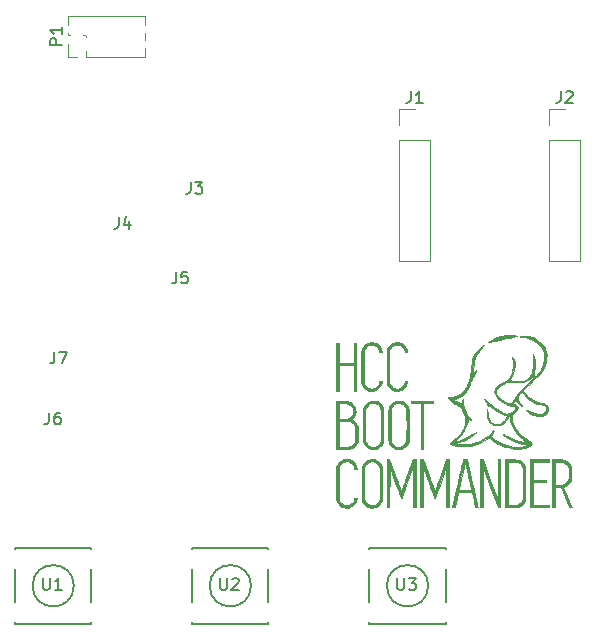
<source format=gbr>
G04 #@! TF.FileFunction,Legend,Top*
%FSLAX46Y46*%
G04 Gerber Fmt 4.6, Leading zero omitted, Abs format (unit mm)*
G04 Created by KiCad (PCBNEW 4.0.4-stable) date 07/06/18 21:54:16*
%MOMM*%
%LPD*%
G01*
G04 APERTURE LIST*
%ADD10C,0.100000*%
%ADD11C,0.010000*%
%ADD12C,0.120000*%
%ADD13C,0.150000*%
G04 APERTURE END LIST*
D10*
D11*
G36*
X144317084Y-107273800D02*
X144466922Y-107304448D01*
X144610364Y-107362029D01*
X144743663Y-107446504D01*
X144846037Y-107539254D01*
X144939873Y-107656247D01*
X145011604Y-107782774D01*
X145058585Y-107912912D01*
X145078171Y-108040743D01*
X145078585Y-108059868D01*
X145078773Y-108127421D01*
X144984667Y-108127421D01*
X144932159Y-108126677D01*
X144903090Y-108121679D01*
X144889112Y-108108284D01*
X144881875Y-108082348D01*
X144880592Y-108075763D01*
X144861416Y-107983968D01*
X144842710Y-107914678D01*
X144821306Y-107858815D01*
X144794036Y-107807304D01*
X144777757Y-107781189D01*
X144684159Y-107663748D01*
X144572149Y-107572182D01*
X144442387Y-107506932D01*
X144315374Y-107471879D01*
X144185262Y-107463269D01*
X144055941Y-107483805D01*
X143931916Y-107531058D01*
X143817693Y-107602602D01*
X143717779Y-107696010D01*
X143636680Y-107808855D01*
X143615313Y-107848927D01*
X143560813Y-107959857D01*
X143560813Y-110695111D01*
X143615313Y-110806041D01*
X143691788Y-110929339D01*
X143786437Y-111029647D01*
X143895446Y-111106295D01*
X144014999Y-111158611D01*
X144141280Y-111185926D01*
X144270474Y-111187569D01*
X144398763Y-111162868D01*
X144522334Y-111111154D01*
X144637369Y-111031756D01*
X144679217Y-110993020D01*
X144759448Y-110897645D01*
X144820663Y-110793899D01*
X144858116Y-110690283D01*
X144863666Y-110662653D01*
X144874274Y-110597612D01*
X144883891Y-110557642D01*
X144897908Y-110536673D01*
X144921721Y-110528634D01*
X144960722Y-110527456D01*
X144983707Y-110527547D01*
X145078773Y-110527547D01*
X145078773Y-110596189D01*
X145064387Y-110714140D01*
X145023772Y-110836679D01*
X144960747Y-110958008D01*
X144879128Y-111072327D01*
X144782733Y-111173839D01*
X144675379Y-111256745D01*
X144624290Y-111286554D01*
X144492563Y-111340602D01*
X144347846Y-111373874D01*
X144199735Y-111385228D01*
X144057824Y-111373523D01*
X143999889Y-111360793D01*
X143851150Y-111304806D01*
X143714388Y-111221986D01*
X143593470Y-111116237D01*
X143492263Y-110991464D01*
X143414637Y-110851572D01*
X143370526Y-110725401D01*
X143365609Y-110690194D01*
X143361179Y-110626202D01*
X143357236Y-110536428D01*
X143353781Y-110423873D01*
X143350813Y-110291539D01*
X143348333Y-110142427D01*
X143346340Y-109979540D01*
X143344835Y-109805878D01*
X143343817Y-109624444D01*
X143343286Y-109438240D01*
X143343242Y-109250266D01*
X143343686Y-109063525D01*
X143344617Y-108881019D01*
X143346036Y-108705748D01*
X143347941Y-108540716D01*
X143350334Y-108388923D01*
X143353215Y-108253371D01*
X143356583Y-108137063D01*
X143360439Y-108042998D01*
X143364782Y-107974181D01*
X143369612Y-107933611D01*
X143370526Y-107929567D01*
X143419665Y-107793981D01*
X143493037Y-107662212D01*
X143584026Y-107545745D01*
X143603094Y-107525960D01*
X143728710Y-107421341D01*
X143866664Y-107343856D01*
X144013209Y-107293464D01*
X144164598Y-107270125D01*
X144317084Y-107273800D01*
X144317084Y-107273800D01*
G37*
X144317084Y-107273800D02*
X144466922Y-107304448D01*
X144610364Y-107362029D01*
X144743663Y-107446504D01*
X144846037Y-107539254D01*
X144939873Y-107656247D01*
X145011604Y-107782774D01*
X145058585Y-107912912D01*
X145078171Y-108040743D01*
X145078585Y-108059868D01*
X145078773Y-108127421D01*
X144984667Y-108127421D01*
X144932159Y-108126677D01*
X144903090Y-108121679D01*
X144889112Y-108108284D01*
X144881875Y-108082348D01*
X144880592Y-108075763D01*
X144861416Y-107983968D01*
X144842710Y-107914678D01*
X144821306Y-107858815D01*
X144794036Y-107807304D01*
X144777757Y-107781189D01*
X144684159Y-107663748D01*
X144572149Y-107572182D01*
X144442387Y-107506932D01*
X144315374Y-107471879D01*
X144185262Y-107463269D01*
X144055941Y-107483805D01*
X143931916Y-107531058D01*
X143817693Y-107602602D01*
X143717779Y-107696010D01*
X143636680Y-107808855D01*
X143615313Y-107848927D01*
X143560813Y-107959857D01*
X143560813Y-110695111D01*
X143615313Y-110806041D01*
X143691788Y-110929339D01*
X143786437Y-111029647D01*
X143895446Y-111106295D01*
X144014999Y-111158611D01*
X144141280Y-111185926D01*
X144270474Y-111187569D01*
X144398763Y-111162868D01*
X144522334Y-111111154D01*
X144637369Y-111031756D01*
X144679217Y-110993020D01*
X144759448Y-110897645D01*
X144820663Y-110793899D01*
X144858116Y-110690283D01*
X144863666Y-110662653D01*
X144874274Y-110597612D01*
X144883891Y-110557642D01*
X144897908Y-110536673D01*
X144921721Y-110528634D01*
X144960722Y-110527456D01*
X144983707Y-110527547D01*
X145078773Y-110527547D01*
X145078773Y-110596189D01*
X145064387Y-110714140D01*
X145023772Y-110836679D01*
X144960747Y-110958008D01*
X144879128Y-111072327D01*
X144782733Y-111173839D01*
X144675379Y-111256745D01*
X144624290Y-111286554D01*
X144492563Y-111340602D01*
X144347846Y-111373874D01*
X144199735Y-111385228D01*
X144057824Y-111373523D01*
X143999889Y-111360793D01*
X143851150Y-111304806D01*
X143714388Y-111221986D01*
X143593470Y-111116237D01*
X143492263Y-110991464D01*
X143414637Y-110851572D01*
X143370526Y-110725401D01*
X143365609Y-110690194D01*
X143361179Y-110626202D01*
X143357236Y-110536428D01*
X143353781Y-110423873D01*
X143350813Y-110291539D01*
X143348333Y-110142427D01*
X143346340Y-109979540D01*
X143344835Y-109805878D01*
X143343817Y-109624444D01*
X143343286Y-109438240D01*
X143343242Y-109250266D01*
X143343686Y-109063525D01*
X143344617Y-108881019D01*
X143346036Y-108705748D01*
X143347941Y-108540716D01*
X143350334Y-108388923D01*
X143353215Y-108253371D01*
X143356583Y-108137063D01*
X143360439Y-108042998D01*
X143364782Y-107974181D01*
X143369612Y-107933611D01*
X143370526Y-107929567D01*
X143419665Y-107793981D01*
X143493037Y-107662212D01*
X143584026Y-107545745D01*
X143603094Y-107525960D01*
X143728710Y-107421341D01*
X143866664Y-107343856D01*
X144013209Y-107293464D01*
X144164598Y-107270125D01*
X144317084Y-107273800D01*
G36*
X146429837Y-107273182D02*
X146574144Y-107292317D01*
X146704503Y-107333747D01*
X146831302Y-107401047D01*
X146864109Y-107422638D01*
X146979517Y-107518086D01*
X147079508Y-107634072D01*
X147159123Y-107763492D01*
X147213404Y-107899245D01*
X147223318Y-107937125D01*
X147226281Y-107966008D01*
X147228956Y-108023745D01*
X147231345Y-108107404D01*
X147233448Y-108214052D01*
X147235264Y-108340753D01*
X147236793Y-108484576D01*
X147238036Y-108642587D01*
X147238992Y-108811852D01*
X147239662Y-108989438D01*
X147240045Y-109172412D01*
X147240141Y-109357839D01*
X147239951Y-109542787D01*
X147239474Y-109724322D01*
X147238711Y-109899510D01*
X147237661Y-110065419D01*
X147236325Y-110219114D01*
X147234702Y-110357662D01*
X147232792Y-110478131D01*
X147230596Y-110577586D01*
X147228113Y-110653093D01*
X147225344Y-110701720D01*
X147223318Y-110717843D01*
X147192144Y-110813800D01*
X147143296Y-110917940D01*
X147083181Y-111017695D01*
X147042645Y-111072341D01*
X146965133Y-111151820D01*
X146867719Y-111228407D01*
X146761873Y-111294065D01*
X146660313Y-111340311D01*
X146573862Y-111362658D01*
X146469837Y-111376666D01*
X146359864Y-111381834D01*
X146255571Y-111377662D01*
X146168582Y-111363650D01*
X146161591Y-111361775D01*
X146010404Y-111303529D01*
X145872346Y-111219053D01*
X145751069Y-111112037D01*
X145650223Y-110986175D01*
X145573459Y-110845157D01*
X145532228Y-110725401D01*
X145527311Y-110690194D01*
X145522881Y-110626202D01*
X145518938Y-110536428D01*
X145515483Y-110423873D01*
X145512515Y-110291539D01*
X145510035Y-110142427D01*
X145508042Y-109979540D01*
X145506536Y-109805878D01*
X145505518Y-109624444D01*
X145504987Y-109438240D01*
X145504943Y-109250266D01*
X145505387Y-109063525D01*
X145506319Y-108881019D01*
X145507737Y-108705748D01*
X145509643Y-108540716D01*
X145512036Y-108388923D01*
X145514917Y-108253371D01*
X145518285Y-108137063D01*
X145522141Y-108042998D01*
X145526484Y-107974181D01*
X145528189Y-107959857D01*
X145722515Y-107959857D01*
X145722515Y-110695111D01*
X145777016Y-110806041D01*
X145853608Y-110929234D01*
X145949825Y-111030917D01*
X146061855Y-111109253D01*
X146185883Y-111162407D01*
X146318098Y-111188542D01*
X146454686Y-111185823D01*
X146533788Y-111170462D01*
X146666866Y-111119973D01*
X146785108Y-111043619D01*
X146885038Y-110945221D01*
X146963174Y-110828601D01*
X147016038Y-110697581D01*
X147032838Y-110622273D01*
X147036101Y-110585855D01*
X147039021Y-110520999D01*
X147041598Y-110430813D01*
X147043835Y-110318404D01*
X147045731Y-110186878D01*
X147047286Y-110039341D01*
X147048502Y-109878902D01*
X147049379Y-109708665D01*
X147049917Y-109531740D01*
X147050117Y-109351231D01*
X147049980Y-109170246D01*
X147049506Y-108991891D01*
X147048696Y-108819274D01*
X147047551Y-108655501D01*
X147046070Y-108503679D01*
X147044255Y-108366915D01*
X147042106Y-108248315D01*
X147039623Y-108150987D01*
X147036808Y-108078036D01*
X147033660Y-108032570D01*
X147032360Y-108023050D01*
X146993165Y-107890010D01*
X146929202Y-107769940D01*
X146844299Y-107665653D01*
X146742281Y-107579959D01*
X146626976Y-107515670D01*
X146502212Y-107475598D01*
X146371814Y-107462554D01*
X146280592Y-107470777D01*
X146140862Y-107510359D01*
X146013920Y-107577559D01*
X145903612Y-107669487D01*
X145813785Y-107783256D01*
X145777016Y-107848927D01*
X145722515Y-107959857D01*
X145528189Y-107959857D01*
X145531314Y-107933611D01*
X145532228Y-107929567D01*
X145587143Y-107779389D01*
X145668886Y-107640808D01*
X145773589Y-107518624D01*
X145897381Y-107417640D01*
X145987194Y-107365168D01*
X146109900Y-107312112D01*
X146225892Y-107281610D01*
X146347851Y-107271027D01*
X146429837Y-107273182D01*
X146429837Y-107273182D01*
G37*
X146429837Y-107273182D02*
X146574144Y-107292317D01*
X146704503Y-107333747D01*
X146831302Y-107401047D01*
X146864109Y-107422638D01*
X146979517Y-107518086D01*
X147079508Y-107634072D01*
X147159123Y-107763492D01*
X147213404Y-107899245D01*
X147223318Y-107937125D01*
X147226281Y-107966008D01*
X147228956Y-108023745D01*
X147231345Y-108107404D01*
X147233448Y-108214052D01*
X147235264Y-108340753D01*
X147236793Y-108484576D01*
X147238036Y-108642587D01*
X147238992Y-108811852D01*
X147239662Y-108989438D01*
X147240045Y-109172412D01*
X147240141Y-109357839D01*
X147239951Y-109542787D01*
X147239474Y-109724322D01*
X147238711Y-109899510D01*
X147237661Y-110065419D01*
X147236325Y-110219114D01*
X147234702Y-110357662D01*
X147232792Y-110478131D01*
X147230596Y-110577586D01*
X147228113Y-110653093D01*
X147225344Y-110701720D01*
X147223318Y-110717843D01*
X147192144Y-110813800D01*
X147143296Y-110917940D01*
X147083181Y-111017695D01*
X147042645Y-111072341D01*
X146965133Y-111151820D01*
X146867719Y-111228407D01*
X146761873Y-111294065D01*
X146660313Y-111340311D01*
X146573862Y-111362658D01*
X146469837Y-111376666D01*
X146359864Y-111381834D01*
X146255571Y-111377662D01*
X146168582Y-111363650D01*
X146161591Y-111361775D01*
X146010404Y-111303529D01*
X145872346Y-111219053D01*
X145751069Y-111112037D01*
X145650223Y-110986175D01*
X145573459Y-110845157D01*
X145532228Y-110725401D01*
X145527311Y-110690194D01*
X145522881Y-110626202D01*
X145518938Y-110536428D01*
X145515483Y-110423873D01*
X145512515Y-110291539D01*
X145510035Y-110142427D01*
X145508042Y-109979540D01*
X145506536Y-109805878D01*
X145505518Y-109624444D01*
X145504987Y-109438240D01*
X145504943Y-109250266D01*
X145505387Y-109063525D01*
X145506319Y-108881019D01*
X145507737Y-108705748D01*
X145509643Y-108540716D01*
X145512036Y-108388923D01*
X145514917Y-108253371D01*
X145518285Y-108137063D01*
X145522141Y-108042998D01*
X145526484Y-107974181D01*
X145528189Y-107959857D01*
X145722515Y-107959857D01*
X145722515Y-110695111D01*
X145777016Y-110806041D01*
X145853608Y-110929234D01*
X145949825Y-111030917D01*
X146061855Y-111109253D01*
X146185883Y-111162407D01*
X146318098Y-111188542D01*
X146454686Y-111185823D01*
X146533788Y-111170462D01*
X146666866Y-111119973D01*
X146785108Y-111043619D01*
X146885038Y-110945221D01*
X146963174Y-110828601D01*
X147016038Y-110697581D01*
X147032838Y-110622273D01*
X147036101Y-110585855D01*
X147039021Y-110520999D01*
X147041598Y-110430813D01*
X147043835Y-110318404D01*
X147045731Y-110186878D01*
X147047286Y-110039341D01*
X147048502Y-109878902D01*
X147049379Y-109708665D01*
X147049917Y-109531740D01*
X147050117Y-109351231D01*
X147049980Y-109170246D01*
X147049506Y-108991891D01*
X147048696Y-108819274D01*
X147047551Y-108655501D01*
X147046070Y-108503679D01*
X147044255Y-108366915D01*
X147042106Y-108248315D01*
X147039623Y-108150987D01*
X147036808Y-108078036D01*
X147033660Y-108032570D01*
X147032360Y-108023050D01*
X146993165Y-107890010D01*
X146929202Y-107769940D01*
X146844299Y-107665653D01*
X146742281Y-107579959D01*
X146626976Y-107515670D01*
X146502212Y-107475598D01*
X146371814Y-107462554D01*
X146280592Y-107470777D01*
X146140862Y-107510359D01*
X146013920Y-107577559D01*
X145903612Y-107669487D01*
X145813785Y-107783256D01*
X145777016Y-107848927D01*
X145722515Y-107959857D01*
X145528189Y-107959857D01*
X145531314Y-107933611D01*
X145532228Y-107929567D01*
X145587143Y-107779389D01*
X145668886Y-107640808D01*
X145773589Y-107518624D01*
X145897381Y-107417640D01*
X145987194Y-107365168D01*
X146109900Y-107312112D01*
X146225892Y-107281610D01*
X146347851Y-107271027D01*
X146429837Y-107273182D01*
G36*
X147863778Y-107308836D02*
X148357711Y-108655926D01*
X148430315Y-108853656D01*
X148499910Y-109042646D01*
X148565709Y-109220792D01*
X148626926Y-109385987D01*
X148682774Y-109536129D01*
X148732468Y-109669113D01*
X148775219Y-109782833D01*
X148810243Y-109875186D01*
X148836752Y-109944067D01*
X148853960Y-109987372D01*
X148861080Y-110002996D01*
X148861139Y-110003016D01*
X148867848Y-109988425D01*
X148884618Y-109946054D01*
X148910669Y-109878007D01*
X148945218Y-109786389D01*
X148987484Y-109673302D01*
X149036686Y-109540850D01*
X149092042Y-109391138D01*
X149152771Y-109226269D01*
X149218092Y-109048347D01*
X149287223Y-108859475D01*
X149359382Y-108661759D01*
X149362907Y-108652087D01*
X149855181Y-107301158D01*
X149962472Y-107301023D01*
X150069762Y-107300888D01*
X150069762Y-111354080D01*
X149863270Y-111354080D01*
X149859226Y-109625513D01*
X149855181Y-107896946D01*
X149362440Y-109251673D01*
X149290197Y-109450062D01*
X149220971Y-109639710D01*
X149155539Y-109818515D01*
X149094677Y-109984378D01*
X149039162Y-110135195D01*
X148989771Y-110268865D01*
X148947279Y-110383287D01*
X148912465Y-110476360D01*
X148886103Y-110545981D01*
X148868972Y-110590050D01*
X148861847Y-110606464D01*
X148861752Y-110606524D01*
X148855248Y-110591961D01*
X148838634Y-110549637D01*
X148812695Y-110481659D01*
X148778212Y-110390131D01*
X148735970Y-110277159D01*
X148686751Y-110144849D01*
X148631339Y-109995305D01*
X148570516Y-109830633D01*
X148505066Y-109652939D01*
X148435772Y-109464327D01*
X148363416Y-109266903D01*
X148361064Y-109260476D01*
X147868323Y-107914304D01*
X147860233Y-111354080D01*
X147653742Y-111354080D01*
X147653742Y-107299436D01*
X147863778Y-107308836D01*
X147863778Y-107308836D01*
G37*
X147863778Y-107308836D02*
X148357711Y-108655926D01*
X148430315Y-108853656D01*
X148499910Y-109042646D01*
X148565709Y-109220792D01*
X148626926Y-109385987D01*
X148682774Y-109536129D01*
X148732468Y-109669113D01*
X148775219Y-109782833D01*
X148810243Y-109875186D01*
X148836752Y-109944067D01*
X148853960Y-109987372D01*
X148861080Y-110002996D01*
X148861139Y-110003016D01*
X148867848Y-109988425D01*
X148884618Y-109946054D01*
X148910669Y-109878007D01*
X148945218Y-109786389D01*
X148987484Y-109673302D01*
X149036686Y-109540850D01*
X149092042Y-109391138D01*
X149152771Y-109226269D01*
X149218092Y-109048347D01*
X149287223Y-108859475D01*
X149359382Y-108661759D01*
X149362907Y-108652087D01*
X149855181Y-107301158D01*
X149962472Y-107301023D01*
X150069762Y-107300888D01*
X150069762Y-111354080D01*
X149863270Y-111354080D01*
X149859226Y-109625513D01*
X149855181Y-107896946D01*
X149362440Y-109251673D01*
X149290197Y-109450062D01*
X149220971Y-109639710D01*
X149155539Y-109818515D01*
X149094677Y-109984378D01*
X149039162Y-110135195D01*
X148989771Y-110268865D01*
X148947279Y-110383287D01*
X148912465Y-110476360D01*
X148886103Y-110545981D01*
X148868972Y-110590050D01*
X148861847Y-110606464D01*
X148861752Y-110606524D01*
X148855248Y-110591961D01*
X148838634Y-110549637D01*
X148812695Y-110481659D01*
X148778212Y-110390131D01*
X148735970Y-110277159D01*
X148686751Y-110144849D01*
X148631339Y-109995305D01*
X148570516Y-109830633D01*
X148505066Y-109652939D01*
X148435772Y-109464327D01*
X148363416Y-109266903D01*
X148361064Y-109260476D01*
X147868323Y-107914304D01*
X147860233Y-111354080D01*
X147653742Y-111354080D01*
X147653742Y-107299436D01*
X147863778Y-107308836D01*
G36*
X150693064Y-107308836D02*
X151186998Y-108655926D01*
X151259602Y-108853656D01*
X151329197Y-109042646D01*
X151394996Y-109220792D01*
X151456213Y-109385987D01*
X151512061Y-109536129D01*
X151561754Y-109669113D01*
X151604506Y-109782833D01*
X151639529Y-109875186D01*
X151666038Y-109944067D01*
X151683246Y-109987372D01*
X151690367Y-110002996D01*
X151690425Y-110003016D01*
X151697134Y-109988425D01*
X151713905Y-109946054D01*
X151739955Y-109878007D01*
X151774504Y-109786389D01*
X151816770Y-109673302D01*
X151865972Y-109540850D01*
X151921328Y-109391138D01*
X151982058Y-109226269D01*
X152047378Y-109048347D01*
X152116509Y-108859475D01*
X152188669Y-108661759D01*
X152192194Y-108652087D01*
X152684468Y-107301158D01*
X152791758Y-107301023D01*
X152899049Y-107300888D01*
X152899049Y-111354080D01*
X152692556Y-111354080D01*
X152684468Y-107896946D01*
X152191727Y-109251673D01*
X152119484Y-109450062D01*
X152050258Y-109639710D01*
X151984826Y-109818515D01*
X151923964Y-109984378D01*
X151868449Y-110135195D01*
X151819057Y-110268865D01*
X151776566Y-110383287D01*
X151741751Y-110476360D01*
X151715390Y-110545981D01*
X151698259Y-110590050D01*
X151691134Y-110606464D01*
X151691039Y-110606524D01*
X151684534Y-110591961D01*
X151667921Y-110549637D01*
X151641981Y-110481659D01*
X151607499Y-110390131D01*
X151565257Y-110277159D01*
X151516038Y-110144849D01*
X151460625Y-109995305D01*
X151399803Y-109830633D01*
X151334353Y-109652939D01*
X151265058Y-109464327D01*
X151192703Y-109266903D01*
X151190350Y-109260476D01*
X150697609Y-107914304D01*
X150693565Y-109634192D01*
X150689520Y-111354080D01*
X150483028Y-111354080D01*
X150483028Y-107299436D01*
X150693064Y-107308836D01*
X150693064Y-107308836D01*
G37*
X150693064Y-107308836D02*
X151186998Y-108655926D01*
X151259602Y-108853656D01*
X151329197Y-109042646D01*
X151394996Y-109220792D01*
X151456213Y-109385987D01*
X151512061Y-109536129D01*
X151561754Y-109669113D01*
X151604506Y-109782833D01*
X151639529Y-109875186D01*
X151666038Y-109944067D01*
X151683246Y-109987372D01*
X151690367Y-110002996D01*
X151690425Y-110003016D01*
X151697134Y-109988425D01*
X151713905Y-109946054D01*
X151739955Y-109878007D01*
X151774504Y-109786389D01*
X151816770Y-109673302D01*
X151865972Y-109540850D01*
X151921328Y-109391138D01*
X151982058Y-109226269D01*
X152047378Y-109048347D01*
X152116509Y-108859475D01*
X152188669Y-108661759D01*
X152192194Y-108652087D01*
X152684468Y-107301158D01*
X152791758Y-107301023D01*
X152899049Y-107300888D01*
X152899049Y-111354080D01*
X152692556Y-111354080D01*
X152684468Y-107896946D01*
X152191727Y-109251673D01*
X152119484Y-109450062D01*
X152050258Y-109639710D01*
X151984826Y-109818515D01*
X151923964Y-109984378D01*
X151868449Y-110135195D01*
X151819057Y-110268865D01*
X151776566Y-110383287D01*
X151741751Y-110476360D01*
X151715390Y-110545981D01*
X151698259Y-110590050D01*
X151691134Y-110606464D01*
X151691039Y-110606524D01*
X151684534Y-110591961D01*
X151667921Y-110549637D01*
X151641981Y-110481659D01*
X151607499Y-110390131D01*
X151565257Y-110277159D01*
X151516038Y-110144849D01*
X151460625Y-109995305D01*
X151399803Y-109830633D01*
X151334353Y-109652939D01*
X151265058Y-109464327D01*
X151192703Y-109266903D01*
X151190350Y-109260476D01*
X150697609Y-107914304D01*
X150693565Y-109634192D01*
X150689520Y-111354080D01*
X150483028Y-111354080D01*
X150483028Y-107299436D01*
X150693064Y-107308836D01*
G36*
X154432903Y-107301060D02*
X154876610Y-109299754D01*
X154931435Y-109546681D01*
X154984421Y-109785258D01*
X155035153Y-110013622D01*
X155083217Y-110229906D01*
X155128197Y-110432248D01*
X155169679Y-110618781D01*
X155207248Y-110787641D01*
X155240488Y-110936965D01*
X155268986Y-111064886D01*
X155292326Y-111169541D01*
X155310093Y-111249064D01*
X155321872Y-111301591D01*
X155327249Y-111325258D01*
X155327493Y-111326264D01*
X155327679Y-111341210D01*
X155314333Y-111349635D01*
X155281159Y-111353327D01*
X155229501Y-111354080D01*
X155176267Y-111353531D01*
X155138289Y-111352093D01*
X155123886Y-111350106D01*
X155120450Y-111334253D01*
X155110826Y-111290665D01*
X155095747Y-111222634D01*
X155075944Y-111133453D01*
X155052147Y-111026415D01*
X155025089Y-110904811D01*
X154995501Y-110771934D01*
X154983548Y-110718285D01*
X154843655Y-110090438D01*
X154262105Y-110086270D01*
X153680555Y-110082101D01*
X153665945Y-110149849D01*
X153659179Y-110180815D01*
X153646420Y-110238818D01*
X153628552Y-110319855D01*
X153606456Y-110419928D01*
X153581018Y-110535034D01*
X153553120Y-110661172D01*
X153525536Y-110785805D01*
X153399737Y-111354013D01*
X153295052Y-111354046D01*
X153190368Y-111354080D01*
X153519621Y-109871460D01*
X153728822Y-109871460D01*
X153734297Y-109877495D01*
X153748653Y-109882203D01*
X153774986Y-109885748D01*
X153816391Y-109888293D01*
X153875964Y-109890001D01*
X153956799Y-109891036D01*
X154061992Y-109891562D01*
X154194639Y-109891741D01*
X154256206Y-109891752D01*
X154407100Y-109891504D01*
X154528778Y-109890697D01*
X154623807Y-109889235D01*
X154694759Y-109887022D01*
X154744201Y-109883964D01*
X154774704Y-109879964D01*
X154788836Y-109874927D01*
X154790569Y-109871883D01*
X154787204Y-109852835D01*
X154777536Y-109805730D01*
X154762219Y-109733528D01*
X154741911Y-109639191D01*
X154717268Y-109525679D01*
X154688946Y-109395955D01*
X154657600Y-109252978D01*
X154623888Y-109099711D01*
X154588466Y-108939113D01*
X154551989Y-108774147D01*
X154515114Y-108607773D01*
X154478497Y-108442951D01*
X154442795Y-108282645D01*
X154408663Y-108129813D01*
X154376759Y-107987418D01*
X154347737Y-107858421D01*
X154322254Y-107745781D01*
X154300967Y-107652462D01*
X154284532Y-107581423D01*
X154273605Y-107535625D01*
X154268983Y-107518338D01*
X154263407Y-107527901D01*
X154251498Y-107567440D01*
X154233523Y-107635833D01*
X154209750Y-107731959D01*
X154180444Y-107854694D01*
X154145873Y-108002919D01*
X154106302Y-108175511D01*
X154061999Y-108371348D01*
X154013231Y-108589310D01*
X153996898Y-108662769D01*
X153955007Y-108851389D01*
X153915012Y-109031351D01*
X153877461Y-109200189D01*
X153842906Y-109355438D01*
X153811896Y-109494631D01*
X153784979Y-109615305D01*
X153762706Y-109714993D01*
X153745626Y-109791231D01*
X153734289Y-109841554D01*
X153729245Y-109863495D01*
X153729133Y-109863936D01*
X153728822Y-109871460D01*
X153519621Y-109871460D01*
X153632483Y-109363248D01*
X153687252Y-109116646D01*
X153740200Y-108878287D01*
X153790909Y-108650049D01*
X153838962Y-108433810D01*
X153883941Y-108231449D01*
X153925428Y-108044843D01*
X153963005Y-107875871D01*
X153996255Y-107726412D01*
X154024760Y-107598343D01*
X154048102Y-107493542D01*
X154065864Y-107413888D01*
X154077628Y-107361260D01*
X154082976Y-107337535D01*
X154083183Y-107336652D01*
X154088600Y-107320851D01*
X154099679Y-107310557D01*
X154122307Y-107304599D01*
X154162373Y-107301804D01*
X154225763Y-107301000D01*
X154262336Y-107300974D01*
X154432903Y-107301060D01*
X154432903Y-107301060D01*
G37*
X154432903Y-107301060D02*
X154876610Y-109299754D01*
X154931435Y-109546681D01*
X154984421Y-109785258D01*
X155035153Y-110013622D01*
X155083217Y-110229906D01*
X155128197Y-110432248D01*
X155169679Y-110618781D01*
X155207248Y-110787641D01*
X155240488Y-110936965D01*
X155268986Y-111064886D01*
X155292326Y-111169541D01*
X155310093Y-111249064D01*
X155321872Y-111301591D01*
X155327249Y-111325258D01*
X155327493Y-111326264D01*
X155327679Y-111341210D01*
X155314333Y-111349635D01*
X155281159Y-111353327D01*
X155229501Y-111354080D01*
X155176267Y-111353531D01*
X155138289Y-111352093D01*
X155123886Y-111350106D01*
X155120450Y-111334253D01*
X155110826Y-111290665D01*
X155095747Y-111222634D01*
X155075944Y-111133453D01*
X155052147Y-111026415D01*
X155025089Y-110904811D01*
X154995501Y-110771934D01*
X154983548Y-110718285D01*
X154843655Y-110090438D01*
X154262105Y-110086270D01*
X153680555Y-110082101D01*
X153665945Y-110149849D01*
X153659179Y-110180815D01*
X153646420Y-110238818D01*
X153628552Y-110319855D01*
X153606456Y-110419928D01*
X153581018Y-110535034D01*
X153553120Y-110661172D01*
X153525536Y-110785805D01*
X153399737Y-111354013D01*
X153295052Y-111354046D01*
X153190368Y-111354080D01*
X153519621Y-109871460D01*
X153728822Y-109871460D01*
X153734297Y-109877495D01*
X153748653Y-109882203D01*
X153774986Y-109885748D01*
X153816391Y-109888293D01*
X153875964Y-109890001D01*
X153956799Y-109891036D01*
X154061992Y-109891562D01*
X154194639Y-109891741D01*
X154256206Y-109891752D01*
X154407100Y-109891504D01*
X154528778Y-109890697D01*
X154623807Y-109889235D01*
X154694759Y-109887022D01*
X154744201Y-109883964D01*
X154774704Y-109879964D01*
X154788836Y-109874927D01*
X154790569Y-109871883D01*
X154787204Y-109852835D01*
X154777536Y-109805730D01*
X154762219Y-109733528D01*
X154741911Y-109639191D01*
X154717268Y-109525679D01*
X154688946Y-109395955D01*
X154657600Y-109252978D01*
X154623888Y-109099711D01*
X154588466Y-108939113D01*
X154551989Y-108774147D01*
X154515114Y-108607773D01*
X154478497Y-108442951D01*
X154442795Y-108282645D01*
X154408663Y-108129813D01*
X154376759Y-107987418D01*
X154347737Y-107858421D01*
X154322254Y-107745781D01*
X154300967Y-107652462D01*
X154284532Y-107581423D01*
X154273605Y-107535625D01*
X154268983Y-107518338D01*
X154263407Y-107527901D01*
X154251498Y-107567440D01*
X154233523Y-107635833D01*
X154209750Y-107731959D01*
X154180444Y-107854694D01*
X154145873Y-108002919D01*
X154106302Y-108175511D01*
X154061999Y-108371348D01*
X154013231Y-108589310D01*
X153996898Y-108662769D01*
X153955007Y-108851389D01*
X153915012Y-109031351D01*
X153877461Y-109200189D01*
X153842906Y-109355438D01*
X153811896Y-109494631D01*
X153784979Y-109615305D01*
X153762706Y-109714993D01*
X153745626Y-109791231D01*
X153734289Y-109841554D01*
X153729245Y-109863495D01*
X153729133Y-109863936D01*
X153728822Y-109871460D01*
X153519621Y-109871460D01*
X153632483Y-109363248D01*
X153687252Y-109116646D01*
X153740200Y-108878287D01*
X153790909Y-108650049D01*
X153838962Y-108433810D01*
X153883941Y-108231449D01*
X153925428Y-108044843D01*
X153963005Y-107875871D01*
X153996255Y-107726412D01*
X154024760Y-107598343D01*
X154048102Y-107493542D01*
X154065864Y-107413888D01*
X154077628Y-107361260D01*
X154082976Y-107337535D01*
X154083183Y-107336652D01*
X154088600Y-107320851D01*
X154099679Y-107310557D01*
X154122307Y-107304599D01*
X154162373Y-107301804D01*
X154225763Y-107301000D01*
X154262336Y-107300974D01*
X154432903Y-107301060D01*
G36*
X156397095Y-109024691D02*
X157023767Y-110748494D01*
X157027811Y-109024691D01*
X157031856Y-107300888D01*
X157238348Y-107300888D01*
X157238348Y-111354080D01*
X157038834Y-111354080D01*
X156411401Y-109628344D01*
X155783967Y-107902609D01*
X155779923Y-109628344D01*
X155775878Y-111354080D01*
X155569386Y-111354080D01*
X155569386Y-107300888D01*
X155770424Y-107300888D01*
X156397095Y-109024691D01*
X156397095Y-109024691D01*
G37*
X156397095Y-109024691D02*
X157023767Y-110748494D01*
X157027811Y-109024691D01*
X157031856Y-107300888D01*
X157238348Y-107300888D01*
X157238348Y-111354080D01*
X157038834Y-111354080D01*
X156411401Y-109628344D01*
X155783967Y-107902609D01*
X155779923Y-109628344D01*
X155775878Y-111354080D01*
X155569386Y-111354080D01*
X155569386Y-107300888D01*
X155770424Y-107300888D01*
X156397095Y-109024691D01*
G36*
X158292951Y-107301232D02*
X158417442Y-107302634D01*
X158518832Y-107305652D01*
X158601462Y-107310842D01*
X158669675Y-107318763D01*
X158727812Y-107329971D01*
X158780216Y-107345023D01*
X158831228Y-107364476D01*
X158885192Y-107388888D01*
X158906376Y-107399094D01*
X159022433Y-107471743D01*
X159129051Y-107569423D01*
X159221316Y-107685698D01*
X159294316Y-107814132D01*
X159343137Y-107948291D01*
X159350824Y-107981176D01*
X159354572Y-108014831D01*
X159357858Y-108077557D01*
X159360684Y-108169698D01*
X159363056Y-108291599D01*
X159364978Y-108443603D01*
X159366455Y-108626055D01*
X159367491Y-108839300D01*
X159368090Y-109083680D01*
X159368260Y-109327484D01*
X159368045Y-109599848D01*
X159367398Y-109840769D01*
X159366314Y-110050592D01*
X159364788Y-110229661D01*
X159362816Y-110378320D01*
X159360394Y-110496914D01*
X159357517Y-110585786D01*
X159354181Y-110645281D01*
X159350824Y-110673792D01*
X159308652Y-110808370D01*
X159241101Y-110938796D01*
X159153084Y-111058632D01*
X159049516Y-111161445D01*
X158935311Y-111240797D01*
X158906376Y-111255874D01*
X158850266Y-111282225D01*
X158798683Y-111303416D01*
X158747287Y-111320003D01*
X158691735Y-111332543D01*
X158627686Y-111341593D01*
X158550796Y-111347711D01*
X158456724Y-111351454D01*
X158341129Y-111353379D01*
X158199667Y-111354042D01*
X158141016Y-111354080D01*
X157667509Y-111354080D01*
X157667509Y-107491627D01*
X157874142Y-107491627D01*
X157874142Y-111163341D01*
X158220490Y-111163341D01*
X158352246Y-111162646D01*
X158456623Y-111160398D01*
X158538006Y-111156357D01*
X158600779Y-111150279D01*
X158649326Y-111141922D01*
X158661573Y-111138986D01*
X158786537Y-111091184D01*
X158902088Y-111016816D01*
X159002579Y-110920882D01*
X159082363Y-110808383D01*
X159118009Y-110734853D01*
X159153679Y-110646758D01*
X159153679Y-108008210D01*
X159118009Y-107920115D01*
X159067729Y-107824754D01*
X158997612Y-107730496D01*
X158916491Y-107647861D01*
X158843729Y-107593540D01*
X158788837Y-107562553D01*
X158734818Y-107538408D01*
X158676706Y-107520293D01*
X158609536Y-107507397D01*
X158528342Y-107498907D01*
X158428161Y-107494011D01*
X158304025Y-107491898D01*
X158220490Y-107491627D01*
X157874142Y-107491627D01*
X157667509Y-107491627D01*
X157667509Y-107300888D01*
X158141016Y-107300888D01*
X158292951Y-107301232D01*
X158292951Y-107301232D01*
G37*
X158292951Y-107301232D02*
X158417442Y-107302634D01*
X158518832Y-107305652D01*
X158601462Y-107310842D01*
X158669675Y-107318763D01*
X158727812Y-107329971D01*
X158780216Y-107345023D01*
X158831228Y-107364476D01*
X158885192Y-107388888D01*
X158906376Y-107399094D01*
X159022433Y-107471743D01*
X159129051Y-107569423D01*
X159221316Y-107685698D01*
X159294316Y-107814132D01*
X159343137Y-107948291D01*
X159350824Y-107981176D01*
X159354572Y-108014831D01*
X159357858Y-108077557D01*
X159360684Y-108169698D01*
X159363056Y-108291599D01*
X159364978Y-108443603D01*
X159366455Y-108626055D01*
X159367491Y-108839300D01*
X159368090Y-109083680D01*
X159368260Y-109327484D01*
X159368045Y-109599848D01*
X159367398Y-109840769D01*
X159366314Y-110050592D01*
X159364788Y-110229661D01*
X159362816Y-110378320D01*
X159360394Y-110496914D01*
X159357517Y-110585786D01*
X159354181Y-110645281D01*
X159350824Y-110673792D01*
X159308652Y-110808370D01*
X159241101Y-110938796D01*
X159153084Y-111058632D01*
X159049516Y-111161445D01*
X158935311Y-111240797D01*
X158906376Y-111255874D01*
X158850266Y-111282225D01*
X158798683Y-111303416D01*
X158747287Y-111320003D01*
X158691735Y-111332543D01*
X158627686Y-111341593D01*
X158550796Y-111347711D01*
X158456724Y-111351454D01*
X158341129Y-111353379D01*
X158199667Y-111354042D01*
X158141016Y-111354080D01*
X157667509Y-111354080D01*
X157667509Y-107491627D01*
X157874142Y-107491627D01*
X157874142Y-111163341D01*
X158220490Y-111163341D01*
X158352246Y-111162646D01*
X158456623Y-111160398D01*
X158538006Y-111156357D01*
X158600779Y-111150279D01*
X158649326Y-111141922D01*
X158661573Y-111138986D01*
X158786537Y-111091184D01*
X158902088Y-111016816D01*
X159002579Y-110920882D01*
X159082363Y-110808383D01*
X159118009Y-110734853D01*
X159153679Y-110646758D01*
X159153679Y-108008210D01*
X159118009Y-107920115D01*
X159067729Y-107824754D01*
X158997612Y-107730496D01*
X158916491Y-107647861D01*
X158843729Y-107593540D01*
X158788837Y-107562553D01*
X158734818Y-107538408D01*
X158676706Y-107520293D01*
X158609536Y-107507397D01*
X158528342Y-107498907D01*
X158428161Y-107494011D01*
X158304025Y-107491898D01*
X158220490Y-107491627D01*
X157874142Y-107491627D01*
X157667509Y-107491627D01*
X157667509Y-107300888D01*
X158141016Y-107300888D01*
X158292951Y-107301232D01*
G36*
X161371013Y-107491627D02*
X159988160Y-107491627D01*
X159988160Y-109033429D01*
X161116696Y-109033429D01*
X161116696Y-109224167D01*
X159988160Y-109224167D01*
X159988160Y-111163341D01*
X161371013Y-111163341D01*
X161371013Y-111354080D01*
X159781527Y-111354080D01*
X159781527Y-107300888D01*
X161371013Y-107300888D01*
X161371013Y-107491627D01*
X161371013Y-107491627D01*
G37*
X161371013Y-107491627D02*
X159988160Y-107491627D01*
X159988160Y-109033429D01*
X161116696Y-109033429D01*
X161116696Y-109224167D01*
X159988160Y-109224167D01*
X159988160Y-111163341D01*
X161371013Y-111163341D01*
X161371013Y-111354080D01*
X159781527Y-111354080D01*
X159781527Y-107300888D01*
X161371013Y-107300888D01*
X161371013Y-107491627D01*
G36*
X162228916Y-107301341D02*
X162347811Y-107303129D01*
X162444329Y-107306896D01*
X162523176Y-107313285D01*
X162589053Y-107322940D01*
X162646664Y-107336504D01*
X162700713Y-107354621D01*
X162755902Y-107377935D01*
X162800619Y-107399094D01*
X162915790Y-107471272D01*
X163021772Y-107568486D01*
X163113711Y-107684281D01*
X163186751Y-107812202D01*
X163236038Y-107945792D01*
X163246706Y-107992315D01*
X163253255Y-108047746D01*
X163257698Y-108134160D01*
X163260018Y-108250819D01*
X163260198Y-108396986D01*
X163258929Y-108524793D01*
X163256936Y-108656398D01*
X163254791Y-108760509D01*
X163252171Y-108841422D01*
X163248751Y-108903432D01*
X163244210Y-108950835D01*
X163238223Y-108987925D01*
X163230468Y-109018999D01*
X163220620Y-109048352D01*
X163219249Y-109052054D01*
X163145915Y-109204703D01*
X163047877Y-109338798D01*
X162927676Y-109451840D01*
X162787855Y-109541334D01*
X162669147Y-109592373D01*
X162617935Y-109612594D01*
X162582308Y-109631223D01*
X162569308Y-109644511D01*
X162569514Y-109645381D01*
X162576903Y-109662800D01*
X162595470Y-109706563D01*
X162623976Y-109773750D01*
X162661184Y-109861441D01*
X162705852Y-109966717D01*
X162756744Y-110086656D01*
X162812619Y-110218340D01*
X162872239Y-110358848D01*
X162873004Y-110360651D01*
X162935088Y-110507010D01*
X162995429Y-110649344D01*
X163052464Y-110783963D01*
X163104634Y-110907181D01*
X163150377Y-111015308D01*
X163188133Y-111104657D01*
X163216339Y-111171540D01*
X163231544Y-111207739D01*
X163293326Y-111355453D01*
X163180987Y-111350793D01*
X163068648Y-111346132D01*
X162708511Y-110495757D01*
X162348375Y-109645381D01*
X162106064Y-109640994D01*
X161863754Y-109636606D01*
X161863754Y-111354080D01*
X161657121Y-111354080D01*
X161657121Y-109449427D01*
X161863754Y-109449427D01*
X162201520Y-109443428D01*
X162317083Y-109441067D01*
X162405940Y-109438307D01*
X162473174Y-109434673D01*
X162523871Y-109429688D01*
X162563112Y-109422877D01*
X162595983Y-109413763D01*
X162622245Y-109404038D01*
X162743944Y-109339519D01*
X162852331Y-109251598D01*
X162941853Y-109145977D01*
X163006960Y-109028360D01*
X163019327Y-108996167D01*
X163027847Y-108968366D01*
X163034519Y-108936793D01*
X163039559Y-108897368D01*
X163043186Y-108846007D01*
X163045618Y-108778631D01*
X163047072Y-108691158D01*
X163047767Y-108579506D01*
X163047922Y-108460372D01*
X163047922Y-108006527D01*
X162988826Y-107886970D01*
X162908219Y-107758964D01*
X162804028Y-107651289D01*
X162679262Y-107566906D01*
X162646712Y-107550506D01*
X162539286Y-107499665D01*
X161863754Y-107488465D01*
X161863754Y-109449427D01*
X161657121Y-109449427D01*
X161657121Y-107300888D01*
X162082943Y-107300888D01*
X162228916Y-107301341D01*
X162228916Y-107301341D01*
G37*
X162228916Y-107301341D02*
X162347811Y-107303129D01*
X162444329Y-107306896D01*
X162523176Y-107313285D01*
X162589053Y-107322940D01*
X162646664Y-107336504D01*
X162700713Y-107354621D01*
X162755902Y-107377935D01*
X162800619Y-107399094D01*
X162915790Y-107471272D01*
X163021772Y-107568486D01*
X163113711Y-107684281D01*
X163186751Y-107812202D01*
X163236038Y-107945792D01*
X163246706Y-107992315D01*
X163253255Y-108047746D01*
X163257698Y-108134160D01*
X163260018Y-108250819D01*
X163260198Y-108396986D01*
X163258929Y-108524793D01*
X163256936Y-108656398D01*
X163254791Y-108760509D01*
X163252171Y-108841422D01*
X163248751Y-108903432D01*
X163244210Y-108950835D01*
X163238223Y-108987925D01*
X163230468Y-109018999D01*
X163220620Y-109048352D01*
X163219249Y-109052054D01*
X163145915Y-109204703D01*
X163047877Y-109338798D01*
X162927676Y-109451840D01*
X162787855Y-109541334D01*
X162669147Y-109592373D01*
X162617935Y-109612594D01*
X162582308Y-109631223D01*
X162569308Y-109644511D01*
X162569514Y-109645381D01*
X162576903Y-109662800D01*
X162595470Y-109706563D01*
X162623976Y-109773750D01*
X162661184Y-109861441D01*
X162705852Y-109966717D01*
X162756744Y-110086656D01*
X162812619Y-110218340D01*
X162872239Y-110358848D01*
X162873004Y-110360651D01*
X162935088Y-110507010D01*
X162995429Y-110649344D01*
X163052464Y-110783963D01*
X163104634Y-110907181D01*
X163150377Y-111015308D01*
X163188133Y-111104657D01*
X163216339Y-111171540D01*
X163231544Y-111207739D01*
X163293326Y-111355453D01*
X163180987Y-111350793D01*
X163068648Y-111346132D01*
X162708511Y-110495757D01*
X162348375Y-109645381D01*
X162106064Y-109640994D01*
X161863754Y-109636606D01*
X161863754Y-111354080D01*
X161657121Y-111354080D01*
X161657121Y-109449427D01*
X161863754Y-109449427D01*
X162201520Y-109443428D01*
X162317083Y-109441067D01*
X162405940Y-109438307D01*
X162473174Y-109434673D01*
X162523871Y-109429688D01*
X162563112Y-109422877D01*
X162595983Y-109413763D01*
X162622245Y-109404038D01*
X162743944Y-109339519D01*
X162852331Y-109251598D01*
X162941853Y-109145977D01*
X163006960Y-109028360D01*
X163019327Y-108996167D01*
X163027847Y-108968366D01*
X163034519Y-108936793D01*
X163039559Y-108897368D01*
X163043186Y-108846007D01*
X163045618Y-108778631D01*
X163047072Y-108691158D01*
X163047767Y-108579506D01*
X163047922Y-108460372D01*
X163047922Y-108006527D01*
X162988826Y-107886970D01*
X162908219Y-107758964D01*
X162804028Y-107651289D01*
X162679262Y-107566906D01*
X162646712Y-107550506D01*
X162539286Y-107499665D01*
X161863754Y-107488465D01*
X161863754Y-109449427D01*
X161657121Y-109449427D01*
X161657121Y-107300888D01*
X162082943Y-107300888D01*
X162228916Y-107301341D01*
G36*
X146541101Y-102329878D02*
X146685408Y-102349013D01*
X146815767Y-102390443D01*
X146942566Y-102457743D01*
X146975373Y-102479334D01*
X147090781Y-102574782D01*
X147190773Y-102690768D01*
X147270388Y-102820188D01*
X147324668Y-102955941D01*
X147334582Y-102993821D01*
X147337545Y-103022703D01*
X147340220Y-103080441D01*
X147342609Y-103164100D01*
X147344712Y-103270747D01*
X147346528Y-103397449D01*
X147348057Y-103541272D01*
X147349300Y-103699283D01*
X147350256Y-103868548D01*
X147350926Y-104046134D01*
X147351309Y-104229108D01*
X147351405Y-104414535D01*
X147351215Y-104599483D01*
X147350738Y-104781017D01*
X147349975Y-104956206D01*
X147348925Y-105122115D01*
X147347589Y-105275810D01*
X147345966Y-105414358D01*
X147344056Y-105534827D01*
X147341860Y-105634281D01*
X147339377Y-105709789D01*
X147336608Y-105758416D01*
X147334582Y-105774539D01*
X147303408Y-105870495D01*
X147254560Y-105974636D01*
X147194445Y-106074391D01*
X147153909Y-106129036D01*
X147076397Y-106208515D01*
X146978983Y-106285103D01*
X146873137Y-106350761D01*
X146771577Y-106397007D01*
X146685126Y-106419354D01*
X146581101Y-106433362D01*
X146471129Y-106438530D01*
X146366835Y-106434358D01*
X146279846Y-106420346D01*
X146272855Y-106418471D01*
X146121668Y-106360225D01*
X145983610Y-106275749D01*
X145862333Y-106168733D01*
X145761487Y-106042871D01*
X145684724Y-105901853D01*
X145643492Y-105782097D01*
X145638575Y-105746890D01*
X145634145Y-105682898D01*
X145630202Y-105593124D01*
X145626747Y-105480569D01*
X145623779Y-105348235D01*
X145621299Y-105199123D01*
X145619306Y-105036236D01*
X145617800Y-104862574D01*
X145616782Y-104681140D01*
X145616251Y-104494935D01*
X145616208Y-104306962D01*
X145616651Y-104120221D01*
X145617583Y-103937715D01*
X145619001Y-103762444D01*
X145620907Y-103597412D01*
X145623301Y-103445619D01*
X145626181Y-103310067D01*
X145629549Y-103193758D01*
X145633405Y-103099694D01*
X145637748Y-103030877D01*
X145639453Y-103016553D01*
X145833779Y-103016553D01*
X145833779Y-105751807D01*
X145888280Y-105862737D01*
X145964872Y-105985930D01*
X146061089Y-106087612D01*
X146173119Y-106165949D01*
X146297147Y-106219103D01*
X146429362Y-106245238D01*
X146565950Y-106242519D01*
X146645052Y-106227158D01*
X146778130Y-106176669D01*
X146896373Y-106100315D01*
X146996302Y-106001917D01*
X147074438Y-105885297D01*
X147127302Y-105754277D01*
X147144103Y-105678969D01*
X147147365Y-105642550D01*
X147150285Y-105577695D01*
X147152863Y-105487509D01*
X147155099Y-105375100D01*
X147156995Y-105243573D01*
X147158550Y-105096037D01*
X147159766Y-104935597D01*
X147160643Y-104765361D01*
X147161181Y-104588435D01*
X147161381Y-104407927D01*
X147161244Y-104226942D01*
X147160771Y-104048587D01*
X147159960Y-103875970D01*
X147158815Y-103712197D01*
X147157334Y-103560375D01*
X147155519Y-103423611D01*
X147153370Y-103305011D01*
X147150887Y-103207682D01*
X147148072Y-103134732D01*
X147144924Y-103089266D01*
X147143624Y-103079746D01*
X147104429Y-102946706D01*
X147040467Y-102826636D01*
X146955563Y-102722349D01*
X146853545Y-102636655D01*
X146738240Y-102572366D01*
X146613476Y-102532294D01*
X146483079Y-102519250D01*
X146391856Y-102527473D01*
X146252126Y-102567055D01*
X146125184Y-102634254D01*
X146014876Y-102726183D01*
X145925049Y-102839952D01*
X145888280Y-102905623D01*
X145833779Y-103016553D01*
X145639453Y-103016553D01*
X145642578Y-102990307D01*
X145643492Y-102986263D01*
X145698407Y-102836085D01*
X145780151Y-102697504D01*
X145884853Y-102575320D01*
X146008645Y-102474336D01*
X146098459Y-102421864D01*
X146221164Y-102368808D01*
X146337156Y-102338306D01*
X146459115Y-102327723D01*
X146541101Y-102329878D01*
X146541101Y-102329878D01*
G37*
X146541101Y-102329878D02*
X146685408Y-102349013D01*
X146815767Y-102390443D01*
X146942566Y-102457743D01*
X146975373Y-102479334D01*
X147090781Y-102574782D01*
X147190773Y-102690768D01*
X147270388Y-102820188D01*
X147324668Y-102955941D01*
X147334582Y-102993821D01*
X147337545Y-103022703D01*
X147340220Y-103080441D01*
X147342609Y-103164100D01*
X147344712Y-103270747D01*
X147346528Y-103397449D01*
X147348057Y-103541272D01*
X147349300Y-103699283D01*
X147350256Y-103868548D01*
X147350926Y-104046134D01*
X147351309Y-104229108D01*
X147351405Y-104414535D01*
X147351215Y-104599483D01*
X147350738Y-104781017D01*
X147349975Y-104956206D01*
X147348925Y-105122115D01*
X147347589Y-105275810D01*
X147345966Y-105414358D01*
X147344056Y-105534827D01*
X147341860Y-105634281D01*
X147339377Y-105709789D01*
X147336608Y-105758416D01*
X147334582Y-105774539D01*
X147303408Y-105870495D01*
X147254560Y-105974636D01*
X147194445Y-106074391D01*
X147153909Y-106129036D01*
X147076397Y-106208515D01*
X146978983Y-106285103D01*
X146873137Y-106350761D01*
X146771577Y-106397007D01*
X146685126Y-106419354D01*
X146581101Y-106433362D01*
X146471129Y-106438530D01*
X146366835Y-106434358D01*
X146279846Y-106420346D01*
X146272855Y-106418471D01*
X146121668Y-106360225D01*
X145983610Y-106275749D01*
X145862333Y-106168733D01*
X145761487Y-106042871D01*
X145684724Y-105901853D01*
X145643492Y-105782097D01*
X145638575Y-105746890D01*
X145634145Y-105682898D01*
X145630202Y-105593124D01*
X145626747Y-105480569D01*
X145623779Y-105348235D01*
X145621299Y-105199123D01*
X145619306Y-105036236D01*
X145617800Y-104862574D01*
X145616782Y-104681140D01*
X145616251Y-104494935D01*
X145616208Y-104306962D01*
X145616651Y-104120221D01*
X145617583Y-103937715D01*
X145619001Y-103762444D01*
X145620907Y-103597412D01*
X145623301Y-103445619D01*
X145626181Y-103310067D01*
X145629549Y-103193758D01*
X145633405Y-103099694D01*
X145637748Y-103030877D01*
X145639453Y-103016553D01*
X145833779Y-103016553D01*
X145833779Y-105751807D01*
X145888280Y-105862737D01*
X145964872Y-105985930D01*
X146061089Y-106087612D01*
X146173119Y-106165949D01*
X146297147Y-106219103D01*
X146429362Y-106245238D01*
X146565950Y-106242519D01*
X146645052Y-106227158D01*
X146778130Y-106176669D01*
X146896373Y-106100315D01*
X146996302Y-106001917D01*
X147074438Y-105885297D01*
X147127302Y-105754277D01*
X147144103Y-105678969D01*
X147147365Y-105642550D01*
X147150285Y-105577695D01*
X147152863Y-105487509D01*
X147155099Y-105375100D01*
X147156995Y-105243573D01*
X147158550Y-105096037D01*
X147159766Y-104935597D01*
X147160643Y-104765361D01*
X147161181Y-104588435D01*
X147161381Y-104407927D01*
X147161244Y-104226942D01*
X147160771Y-104048587D01*
X147159960Y-103875970D01*
X147158815Y-103712197D01*
X147157334Y-103560375D01*
X147155519Y-103423611D01*
X147153370Y-103305011D01*
X147150887Y-103207682D01*
X147148072Y-103134732D01*
X147144924Y-103089266D01*
X147143624Y-103079746D01*
X147104429Y-102946706D01*
X147040467Y-102826636D01*
X146955563Y-102722349D01*
X146853545Y-102636655D01*
X146738240Y-102572366D01*
X146613476Y-102532294D01*
X146483079Y-102519250D01*
X146391856Y-102527473D01*
X146252126Y-102567055D01*
X146125184Y-102634254D01*
X146014876Y-102726183D01*
X145925049Y-102839952D01*
X145888280Y-102905623D01*
X145833779Y-103016553D01*
X145639453Y-103016553D01*
X145642578Y-102990307D01*
X145643492Y-102986263D01*
X145698407Y-102836085D01*
X145780151Y-102697504D01*
X145884853Y-102575320D01*
X146008645Y-102474336D01*
X146098459Y-102421864D01*
X146221164Y-102368808D01*
X146337156Y-102338306D01*
X146459115Y-102327723D01*
X146541101Y-102329878D01*
G36*
X148686908Y-102329878D02*
X148831215Y-102349013D01*
X148961574Y-102390443D01*
X149088373Y-102457743D01*
X149121180Y-102479334D01*
X149236589Y-102574782D01*
X149336580Y-102690768D01*
X149416195Y-102820188D01*
X149470475Y-102955941D01*
X149480390Y-102993821D01*
X149483352Y-103022703D01*
X149486028Y-103080441D01*
X149488417Y-103164100D01*
X149490519Y-103270747D01*
X149492335Y-103397449D01*
X149493864Y-103541272D01*
X149495107Y-103699283D01*
X149496063Y-103868548D01*
X149496733Y-104046134D01*
X149497116Y-104229108D01*
X149497212Y-104414535D01*
X149497022Y-104599483D01*
X149496546Y-104781017D01*
X149495782Y-104956206D01*
X149494732Y-105122115D01*
X149493396Y-105275810D01*
X149491773Y-105414358D01*
X149489863Y-105534827D01*
X149487667Y-105634281D01*
X149485184Y-105709789D01*
X149482415Y-105758416D01*
X149480390Y-105774539D01*
X149449215Y-105870495D01*
X149400367Y-105974636D01*
X149340253Y-106074391D01*
X149299716Y-106129036D01*
X149222204Y-106208515D01*
X149124791Y-106285103D01*
X149018944Y-106350761D01*
X148917384Y-106397007D01*
X148830933Y-106419354D01*
X148726908Y-106433362D01*
X148616936Y-106438530D01*
X148512642Y-106434358D01*
X148425654Y-106420346D01*
X148418663Y-106418471D01*
X148267475Y-106360225D01*
X148129418Y-106275749D01*
X148008140Y-106168733D01*
X147907294Y-106042871D01*
X147830531Y-105901853D01*
X147789300Y-105782097D01*
X147784382Y-105746890D01*
X147779952Y-105682898D01*
X147776010Y-105593124D01*
X147772554Y-105480569D01*
X147769587Y-105348235D01*
X147767106Y-105199123D01*
X147765113Y-105036236D01*
X147763608Y-104862574D01*
X147762589Y-104681140D01*
X147762058Y-104494935D01*
X147762015Y-104306962D01*
X147762459Y-104120221D01*
X147763390Y-103937715D01*
X147764808Y-103762444D01*
X147766714Y-103597412D01*
X147769108Y-103445619D01*
X147771989Y-103310067D01*
X147775357Y-103193758D01*
X147779212Y-103099694D01*
X147783555Y-103030877D01*
X147785260Y-103016553D01*
X147979587Y-103016553D01*
X147979587Y-105751807D01*
X148034087Y-105862737D01*
X148110679Y-105985930D01*
X148206896Y-106087612D01*
X148318926Y-106165949D01*
X148442955Y-106219103D01*
X148575169Y-106245238D01*
X148711757Y-106242519D01*
X148790859Y-106227158D01*
X148923937Y-106176669D01*
X149042180Y-106100315D01*
X149142109Y-106001917D01*
X149220245Y-105885297D01*
X149273110Y-105754277D01*
X149289910Y-105678969D01*
X149293172Y-105642550D01*
X149296092Y-105577695D01*
X149298670Y-105487509D01*
X149300906Y-105375100D01*
X149302802Y-105243573D01*
X149304357Y-105096037D01*
X149305573Y-104935597D01*
X149306450Y-104765361D01*
X149306988Y-104588435D01*
X149307189Y-104407927D01*
X149307052Y-104226942D01*
X149306578Y-104048587D01*
X149305768Y-103875970D01*
X149304622Y-103712197D01*
X149303141Y-103560375D01*
X149301326Y-103423611D01*
X149299177Y-103305011D01*
X149296694Y-103207682D01*
X149293879Y-103134732D01*
X149290731Y-103089266D01*
X149289431Y-103079746D01*
X149250236Y-102946706D01*
X149186274Y-102826636D01*
X149101370Y-102722349D01*
X148999352Y-102636655D01*
X148884048Y-102572366D01*
X148759283Y-102532294D01*
X148628886Y-102519250D01*
X148537663Y-102527473D01*
X148397934Y-102567055D01*
X148270991Y-102634254D01*
X148160683Y-102726183D01*
X148070856Y-102839952D01*
X148034087Y-102905623D01*
X147979587Y-103016553D01*
X147785260Y-103016553D01*
X147788385Y-102990307D01*
X147789300Y-102986263D01*
X147844214Y-102836085D01*
X147925958Y-102697504D01*
X148030661Y-102575320D01*
X148154453Y-102474336D01*
X148244266Y-102421864D01*
X148366971Y-102368808D01*
X148482963Y-102338306D01*
X148604923Y-102327723D01*
X148686908Y-102329878D01*
X148686908Y-102329878D01*
G37*
X148686908Y-102329878D02*
X148831215Y-102349013D01*
X148961574Y-102390443D01*
X149088373Y-102457743D01*
X149121180Y-102479334D01*
X149236589Y-102574782D01*
X149336580Y-102690768D01*
X149416195Y-102820188D01*
X149470475Y-102955941D01*
X149480390Y-102993821D01*
X149483352Y-103022703D01*
X149486028Y-103080441D01*
X149488417Y-103164100D01*
X149490519Y-103270747D01*
X149492335Y-103397449D01*
X149493864Y-103541272D01*
X149495107Y-103699283D01*
X149496063Y-103868548D01*
X149496733Y-104046134D01*
X149497116Y-104229108D01*
X149497212Y-104414535D01*
X149497022Y-104599483D01*
X149496546Y-104781017D01*
X149495782Y-104956206D01*
X149494732Y-105122115D01*
X149493396Y-105275810D01*
X149491773Y-105414358D01*
X149489863Y-105534827D01*
X149487667Y-105634281D01*
X149485184Y-105709789D01*
X149482415Y-105758416D01*
X149480390Y-105774539D01*
X149449215Y-105870495D01*
X149400367Y-105974636D01*
X149340253Y-106074391D01*
X149299716Y-106129036D01*
X149222204Y-106208515D01*
X149124791Y-106285103D01*
X149018944Y-106350761D01*
X148917384Y-106397007D01*
X148830933Y-106419354D01*
X148726908Y-106433362D01*
X148616936Y-106438530D01*
X148512642Y-106434358D01*
X148425654Y-106420346D01*
X148418663Y-106418471D01*
X148267475Y-106360225D01*
X148129418Y-106275749D01*
X148008140Y-106168733D01*
X147907294Y-106042871D01*
X147830531Y-105901853D01*
X147789300Y-105782097D01*
X147784382Y-105746890D01*
X147779952Y-105682898D01*
X147776010Y-105593124D01*
X147772554Y-105480569D01*
X147769587Y-105348235D01*
X147767106Y-105199123D01*
X147765113Y-105036236D01*
X147763608Y-104862574D01*
X147762589Y-104681140D01*
X147762058Y-104494935D01*
X147762015Y-104306962D01*
X147762459Y-104120221D01*
X147763390Y-103937715D01*
X147764808Y-103762444D01*
X147766714Y-103597412D01*
X147769108Y-103445619D01*
X147771989Y-103310067D01*
X147775357Y-103193758D01*
X147779212Y-103099694D01*
X147783555Y-103030877D01*
X147785260Y-103016553D01*
X147979587Y-103016553D01*
X147979587Y-105751807D01*
X148034087Y-105862737D01*
X148110679Y-105985930D01*
X148206896Y-106087612D01*
X148318926Y-106165949D01*
X148442955Y-106219103D01*
X148575169Y-106245238D01*
X148711757Y-106242519D01*
X148790859Y-106227158D01*
X148923937Y-106176669D01*
X149042180Y-106100315D01*
X149142109Y-106001917D01*
X149220245Y-105885297D01*
X149273110Y-105754277D01*
X149289910Y-105678969D01*
X149293172Y-105642550D01*
X149296092Y-105577695D01*
X149298670Y-105487509D01*
X149300906Y-105375100D01*
X149302802Y-105243573D01*
X149304357Y-105096037D01*
X149305573Y-104935597D01*
X149306450Y-104765361D01*
X149306988Y-104588435D01*
X149307189Y-104407927D01*
X149307052Y-104226942D01*
X149306578Y-104048587D01*
X149305768Y-103875970D01*
X149304622Y-103712197D01*
X149303141Y-103560375D01*
X149301326Y-103423611D01*
X149299177Y-103305011D01*
X149296694Y-103207682D01*
X149293879Y-103134732D01*
X149290731Y-103089266D01*
X149289431Y-103079746D01*
X149250236Y-102946706D01*
X149186274Y-102826636D01*
X149101370Y-102722349D01*
X148999352Y-102636655D01*
X148884048Y-102572366D01*
X148759283Y-102532294D01*
X148628886Y-102519250D01*
X148537663Y-102527473D01*
X148397934Y-102567055D01*
X148270991Y-102634254D01*
X148160683Y-102726183D01*
X148070856Y-102839952D01*
X148034087Y-102905623D01*
X147979587Y-103016553D01*
X147785260Y-103016553D01*
X147788385Y-102990307D01*
X147789300Y-102986263D01*
X147844214Y-102836085D01*
X147925958Y-102697504D01*
X148030661Y-102575320D01*
X148154453Y-102474336D01*
X148244266Y-102421864D01*
X148366971Y-102368808D01*
X148482963Y-102338306D01*
X148604923Y-102327723D01*
X148686908Y-102329878D01*
G36*
X143835000Y-102360848D02*
X143973134Y-102362444D01*
X144083472Y-102364084D01*
X144170007Y-102366062D01*
X144236729Y-102368672D01*
X144287633Y-102372210D01*
X144326710Y-102376970D01*
X144357953Y-102383248D01*
X144385354Y-102391338D01*
X144412906Y-102401534D01*
X144419136Y-102403991D01*
X144569233Y-102478532D01*
X144697937Y-102572721D01*
X144804509Y-102683362D01*
X144888210Y-102807259D01*
X144948301Y-102941216D01*
X144984042Y-103082035D01*
X144994695Y-103226520D01*
X144979520Y-103371476D01*
X144937779Y-103513705D01*
X144868732Y-103650011D01*
X144771641Y-103777198D01*
X144743453Y-103806641D01*
X144635648Y-103914446D01*
X144734025Y-103966098D01*
X144858124Y-104048117D01*
X144969345Y-104154653D01*
X145062750Y-104279440D01*
X145133400Y-104416213D01*
X145166368Y-104514569D01*
X145173959Y-104561293D01*
X145180230Y-104634768D01*
X145185185Y-104729981D01*
X145188825Y-104841921D01*
X145191154Y-104965575D01*
X145192175Y-105095932D01*
X145191889Y-105227979D01*
X145190300Y-105356705D01*
X145187411Y-105477098D01*
X145183223Y-105584146D01*
X145177741Y-105672837D01*
X145170965Y-105738159D01*
X145165699Y-105766373D01*
X145116083Y-105900217D01*
X145040585Y-106029747D01*
X144944807Y-106147869D01*
X144834350Y-106247491D01*
X144735554Y-106311035D01*
X144686626Y-106335843D01*
X144640103Y-106356164D01*
X144592210Y-106372442D01*
X144539174Y-106385123D01*
X144477224Y-106394650D01*
X144402585Y-106401468D01*
X144311484Y-106406021D01*
X144200149Y-106408754D01*
X144064806Y-106410110D01*
X143901683Y-106410535D01*
X143890632Y-106410541D01*
X143346233Y-106410776D01*
X143346233Y-104058335D01*
X143552866Y-104058335D01*
X143552866Y-106220037D01*
X143965350Y-106220037D01*
X144093525Y-106219325D01*
X144210303Y-106217295D01*
X144311108Y-106214112D01*
X144391366Y-106209936D01*
X144446501Y-106204930D01*
X144462065Y-106202415D01*
X144588228Y-106160432D01*
X144706296Y-106091103D01*
X144810873Y-105998755D01*
X144896563Y-105887717D01*
X144930609Y-105826602D01*
X144975457Y-105735244D01*
X144975457Y-104543129D01*
X144924324Y-104438641D01*
X144849376Y-104320589D01*
X144750885Y-104220394D01*
X144633796Y-104141804D01*
X144503051Y-104088564D01*
X144443620Y-104074352D01*
X144404252Y-104069904D01*
X144338586Y-104065930D01*
X144252109Y-104062612D01*
X144150310Y-104060129D01*
X144038680Y-104058662D01*
X143956015Y-104058335D01*
X143552866Y-104058335D01*
X143346233Y-104058335D01*
X143346233Y-102548323D01*
X143552866Y-102548323D01*
X143552866Y-103870199D01*
X143914474Y-103864262D01*
X144032995Y-103862094D01*
X144124667Y-103859670D01*
X144194429Y-103856531D01*
X144247221Y-103852216D01*
X144287982Y-103846265D01*
X144321653Y-103838218D01*
X144353172Y-103827615D01*
X144367511Y-103822069D01*
X144490890Y-103756538D01*
X144598363Y-103666072D01*
X144685908Y-103555223D01*
X144749503Y-103428541D01*
X144769248Y-103367534D01*
X144789366Y-103235368D01*
X144780323Y-103104043D01*
X144744580Y-102977663D01*
X144684595Y-102860330D01*
X144602831Y-102756148D01*
X144501748Y-102669221D01*
X144383806Y-102603651D01*
X144292611Y-102572678D01*
X144244412Y-102563124D01*
X144181959Y-102556173D01*
X144100794Y-102551563D01*
X143996462Y-102549034D01*
X143875371Y-102548323D01*
X143552866Y-102548323D01*
X143346233Y-102548323D01*
X143346233Y-102355514D01*
X143835000Y-102360848D01*
X143835000Y-102360848D01*
G37*
X143835000Y-102360848D02*
X143973134Y-102362444D01*
X144083472Y-102364084D01*
X144170007Y-102366062D01*
X144236729Y-102368672D01*
X144287633Y-102372210D01*
X144326710Y-102376970D01*
X144357953Y-102383248D01*
X144385354Y-102391338D01*
X144412906Y-102401534D01*
X144419136Y-102403991D01*
X144569233Y-102478532D01*
X144697937Y-102572721D01*
X144804509Y-102683362D01*
X144888210Y-102807259D01*
X144948301Y-102941216D01*
X144984042Y-103082035D01*
X144994695Y-103226520D01*
X144979520Y-103371476D01*
X144937779Y-103513705D01*
X144868732Y-103650011D01*
X144771641Y-103777198D01*
X144743453Y-103806641D01*
X144635648Y-103914446D01*
X144734025Y-103966098D01*
X144858124Y-104048117D01*
X144969345Y-104154653D01*
X145062750Y-104279440D01*
X145133400Y-104416213D01*
X145166368Y-104514569D01*
X145173959Y-104561293D01*
X145180230Y-104634768D01*
X145185185Y-104729981D01*
X145188825Y-104841921D01*
X145191154Y-104965575D01*
X145192175Y-105095932D01*
X145191889Y-105227979D01*
X145190300Y-105356705D01*
X145187411Y-105477098D01*
X145183223Y-105584146D01*
X145177741Y-105672837D01*
X145170965Y-105738159D01*
X145165699Y-105766373D01*
X145116083Y-105900217D01*
X145040585Y-106029747D01*
X144944807Y-106147869D01*
X144834350Y-106247491D01*
X144735554Y-106311035D01*
X144686626Y-106335843D01*
X144640103Y-106356164D01*
X144592210Y-106372442D01*
X144539174Y-106385123D01*
X144477224Y-106394650D01*
X144402585Y-106401468D01*
X144311484Y-106406021D01*
X144200149Y-106408754D01*
X144064806Y-106410110D01*
X143901683Y-106410535D01*
X143890632Y-106410541D01*
X143346233Y-106410776D01*
X143346233Y-104058335D01*
X143552866Y-104058335D01*
X143552866Y-106220037D01*
X143965350Y-106220037D01*
X144093525Y-106219325D01*
X144210303Y-106217295D01*
X144311108Y-106214112D01*
X144391366Y-106209936D01*
X144446501Y-106204930D01*
X144462065Y-106202415D01*
X144588228Y-106160432D01*
X144706296Y-106091103D01*
X144810873Y-105998755D01*
X144896563Y-105887717D01*
X144930609Y-105826602D01*
X144975457Y-105735244D01*
X144975457Y-104543129D01*
X144924324Y-104438641D01*
X144849376Y-104320589D01*
X144750885Y-104220394D01*
X144633796Y-104141804D01*
X144503051Y-104088564D01*
X144443620Y-104074352D01*
X144404252Y-104069904D01*
X144338586Y-104065930D01*
X144252109Y-104062612D01*
X144150310Y-104060129D01*
X144038680Y-104058662D01*
X143956015Y-104058335D01*
X143552866Y-104058335D01*
X143346233Y-104058335D01*
X143346233Y-102548323D01*
X143552866Y-102548323D01*
X143552866Y-103870199D01*
X143914474Y-103864262D01*
X144032995Y-103862094D01*
X144124667Y-103859670D01*
X144194429Y-103856531D01*
X144247221Y-103852216D01*
X144287982Y-103846265D01*
X144321653Y-103838218D01*
X144353172Y-103827615D01*
X144367511Y-103822069D01*
X144490890Y-103756538D01*
X144598363Y-103666072D01*
X144685908Y-103555223D01*
X144749503Y-103428541D01*
X144769248Y-103367534D01*
X144789366Y-103235368D01*
X144780323Y-103104043D01*
X144744580Y-102977663D01*
X144684595Y-102860330D01*
X144602831Y-102756148D01*
X144501748Y-102669221D01*
X144383806Y-102603651D01*
X144292611Y-102572678D01*
X144244412Y-102563124D01*
X144181959Y-102556173D01*
X144100794Y-102551563D01*
X143996462Y-102549034D01*
X143875371Y-102548323D01*
X143552866Y-102548323D01*
X143346233Y-102548323D01*
X143346233Y-102355514D01*
X143835000Y-102360848D01*
G36*
X151516195Y-102548323D02*
X150705557Y-102548323D01*
X150705557Y-106410776D01*
X150498923Y-106410776D01*
X150498923Y-102548323D01*
X149688285Y-102548323D01*
X149688285Y-102357584D01*
X151516195Y-102357584D01*
X151516195Y-102548323D01*
X151516195Y-102548323D01*
G37*
X151516195Y-102548323D02*
X150705557Y-102548323D01*
X150705557Y-106410776D01*
X150498923Y-106410776D01*
X150498923Y-102548323D01*
X149688285Y-102548323D01*
X149688285Y-102357584D01*
X151516195Y-102357584D01*
X151516195Y-102548323D01*
G36*
X159586108Y-96832437D02*
X159767605Y-96875305D01*
X159831722Y-96895864D01*
X160002179Y-96965315D01*
X160173013Y-97058421D01*
X160346770Y-97176885D01*
X160525994Y-97322410D01*
X160677616Y-97461965D01*
X160814695Y-97602688D01*
X160924963Y-97736140D01*
X161010875Y-97867461D01*
X161074888Y-98001790D01*
X161119457Y-98144268D01*
X161147038Y-98300034D01*
X161159991Y-98471556D01*
X161159037Y-98659439D01*
X161140712Y-98838493D01*
X161103382Y-99019800D01*
X161054645Y-99186558D01*
X160998687Y-99345053D01*
X160936464Y-99494037D01*
X160865774Y-99636510D01*
X160784416Y-99775472D01*
X160690190Y-99913923D01*
X160580893Y-100054862D01*
X160454325Y-100201289D01*
X160308285Y-100356205D01*
X160140572Y-100522608D01*
X159948983Y-100703498D01*
X159925890Y-100724839D01*
X159728777Y-100908515D01*
X159539608Y-101088454D01*
X159361678Y-101261416D01*
X159198277Y-101424161D01*
X159052699Y-101573449D01*
X158928235Y-101706038D01*
X158921559Y-101713338D01*
X158845681Y-101797747D01*
X158789744Y-101864738D01*
X158751436Y-101919594D01*
X158728445Y-101967598D01*
X158718457Y-102014032D01*
X158719160Y-102064180D01*
X158728242Y-102123325D01*
X158732553Y-102145081D01*
X158758593Y-102235967D01*
X158801274Y-102328904D01*
X158863438Y-102428936D01*
X158947928Y-102541106D01*
X158973106Y-102571918D01*
X159098222Y-102722991D01*
X159065591Y-102755622D01*
X159032960Y-102788254D01*
X158914065Y-102681843D01*
X158847408Y-102619285D01*
X158775676Y-102547378D01*
X158711785Y-102479177D01*
X158697071Y-102462535D01*
X158625500Y-102382616D01*
X158569079Y-102328104D01*
X158523821Y-102299019D01*
X158485741Y-102295384D01*
X158450852Y-102317220D01*
X158415169Y-102364549D01*
X158374704Y-102437391D01*
X158360974Y-102464346D01*
X158338529Y-102510018D01*
X158323365Y-102543020D01*
X158319199Y-102554377D01*
X158332581Y-102563773D01*
X158368584Y-102583279D01*
X158420994Y-102609621D01*
X158458279Y-102627608D01*
X158567980Y-102686218D01*
X158647615Y-102744322D01*
X158698805Y-102803997D01*
X158723169Y-102867318D01*
X158722325Y-102936364D01*
X158717115Y-102959565D01*
X158688186Y-103025870D01*
X158636932Y-103101287D01*
X158568586Y-103179082D01*
X158491561Y-103249905D01*
X158436662Y-103297032D01*
X158372965Y-103354388D01*
X158314111Y-103409685D01*
X158313259Y-103410508D01*
X158218965Y-103501793D01*
X158228986Y-103688668D01*
X158237824Y-103793447D01*
X158252599Y-103906762D01*
X158270943Y-104011422D01*
X158277680Y-104042440D01*
X158341066Y-104272020D01*
X158420619Y-104478227D01*
X158519454Y-104666674D01*
X158640687Y-104842975D01*
X158787434Y-105012743D01*
X158853057Y-105079181D01*
X158937758Y-105159455D01*
X159023504Y-105234763D01*
X159115502Y-105309132D01*
X159218959Y-105386590D01*
X159339083Y-105471164D01*
X159481080Y-105566881D01*
X159499036Y-105578777D01*
X159605721Y-105650329D01*
X159688870Y-105708812D01*
X159752206Y-105757508D01*
X159799453Y-105799701D01*
X159834336Y-105838674D01*
X159860579Y-105877712D01*
X159879092Y-105913872D01*
X159896823Y-105961458D01*
X159897262Y-105999043D01*
X159877604Y-106035194D01*
X159835045Y-106078478D01*
X159821183Y-106090817D01*
X159745312Y-106145272D01*
X159643692Y-106199892D01*
X159522260Y-106252283D01*
X159386954Y-106300050D01*
X159243712Y-106340800D01*
X159146230Y-106362990D01*
X159078009Y-106375426D01*
X159009897Y-106384238D01*
X158934525Y-106389926D01*
X158844523Y-106392988D01*
X158732526Y-106393922D01*
X158690231Y-106393851D01*
X158581382Y-106393126D01*
X158496211Y-106391254D01*
X158426606Y-106387412D01*
X158364458Y-106380780D01*
X158301656Y-106370536D01*
X158230089Y-106355859D01*
X158160250Y-106340185D01*
X157904662Y-106279275D01*
X157677866Y-106219444D01*
X157476950Y-106159407D01*
X157299005Y-106097878D01*
X157141120Y-106033572D01*
X157000384Y-105965202D01*
X156873888Y-105891483D01*
X156758720Y-105811130D01*
X156651970Y-105722855D01*
X156557113Y-105631927D01*
X156480368Y-105557132D01*
X156415796Y-105505781D01*
X156357697Y-105477590D01*
X156300369Y-105472274D01*
X156238110Y-105489548D01*
X156165221Y-105529126D01*
X156076001Y-105590724D01*
X156054180Y-105606783D01*
X155804947Y-105773569D01*
X155545802Y-105911415D01*
X155274656Y-106021119D01*
X154989422Y-106103480D01*
X154688013Y-106159292D01*
X154569812Y-106173601D01*
X154472148Y-106180661D01*
X154350299Y-106184586D01*
X154211694Y-106185549D01*
X154063766Y-106183721D01*
X153913944Y-106179276D01*
X153769661Y-106172386D01*
X153638347Y-106163224D01*
X153527434Y-106151962D01*
X153503745Y-106148837D01*
X153403578Y-106132602D01*
X153325885Y-106114267D01*
X153261354Y-106091346D01*
X153225585Y-106074616D01*
X153173002Y-106047302D01*
X153114206Y-106015817D01*
X153057466Y-105984703D01*
X153011052Y-105958505D01*
X152983235Y-105941766D01*
X152981083Y-105940284D01*
X152988904Y-105928628D01*
X153014697Y-105902426D01*
X153043790Y-105875560D01*
X153081357Y-105841905D01*
X153135742Y-105793068D01*
X153200153Y-105735154D01*
X153267799Y-105674266D01*
X153279653Y-105663588D01*
X153353847Y-105597578D01*
X153432776Y-105528726D01*
X153507140Y-105465069D01*
X153567639Y-105414644D01*
X153569034Y-105413508D01*
X153746474Y-105248854D01*
X153902015Y-105062298D01*
X154034183Y-104856298D01*
X154141507Y-104633310D01*
X154222514Y-104395790D01*
X154252568Y-104272916D01*
X154265757Y-104181002D01*
X154272082Y-104068724D01*
X154271808Y-103946677D01*
X154265203Y-103825454D01*
X154252530Y-103715648D01*
X154236635Y-103637121D01*
X154212932Y-103564989D01*
X154176155Y-103473158D01*
X154129904Y-103368996D01*
X154077781Y-103259870D01*
X154023385Y-103153147D01*
X153970315Y-103056194D01*
X153922174Y-102976380D01*
X153893427Y-102934776D01*
X153855342Y-102887797D01*
X153812985Y-102843555D01*
X153763045Y-102799779D01*
X153702213Y-102754195D01*
X153627179Y-102704529D01*
X153534635Y-102648508D01*
X153421269Y-102583859D01*
X153283774Y-102508309D01*
X153230882Y-102479703D01*
X153091843Y-102393425D01*
X152983190Y-102300569D01*
X152904013Y-102200135D01*
X152853402Y-102091126D01*
X152842986Y-102053826D01*
X152839478Y-102027622D01*
X152850128Y-102013331D01*
X152882238Y-102004402D01*
X152901856Y-102001008D01*
X152942894Y-101995914D01*
X153007655Y-101989819D01*
X153088113Y-101983399D01*
X153176246Y-101977330D01*
X153201051Y-101975795D01*
X153292970Y-101968858D01*
X153382397Y-101959640D01*
X153460239Y-101949238D01*
X153517401Y-101938750D01*
X153526264Y-101936549D01*
X153677912Y-101880438D01*
X153827753Y-101794879D01*
X153973278Y-101682209D01*
X154111977Y-101544762D01*
X154241342Y-101384875D01*
X154358864Y-101204881D01*
X154408611Y-101115301D01*
X154468271Y-100988690D01*
X154526342Y-100840991D01*
X154579170Y-100682835D01*
X154623102Y-100524855D01*
X154645347Y-100426358D01*
X154672266Y-100282486D01*
X154700038Y-100115393D01*
X154727515Y-99933546D01*
X154753544Y-99745415D01*
X154776977Y-99559468D01*
X154796663Y-99384173D01*
X154811452Y-99227999D01*
X154815889Y-99170663D01*
X154824318Y-99063203D01*
X154833909Y-98959518D01*
X154843927Y-98866356D01*
X154853640Y-98790467D01*
X154862312Y-98738600D01*
X154863422Y-98733554D01*
X154878302Y-98674731D01*
X154895697Y-98620418D01*
X154917667Y-98567744D01*
X154946276Y-98513840D01*
X154983584Y-98455838D01*
X155031654Y-98390867D01*
X155092548Y-98316058D01*
X155168328Y-98228542D01*
X155261056Y-98125449D01*
X155372794Y-98003911D01*
X155439120Y-97932441D01*
X155529693Y-97835942D01*
X155602500Y-97760616D01*
X155660591Y-97703613D01*
X155707019Y-97662081D01*
X155744835Y-97633169D01*
X155777091Y-97614027D01*
X155782917Y-97611224D01*
X155827623Y-97592179D01*
X155859320Y-97581790D01*
X155868962Y-97581398D01*
X155868520Y-97590305D01*
X155857266Y-97609984D01*
X155833299Y-97642871D01*
X155794722Y-97691403D01*
X155739637Y-97758017D01*
X155666144Y-97845148D01*
X155633818Y-97883179D01*
X155512578Y-98027484D01*
X155408440Y-98156955D01*
X155319854Y-98275630D01*
X155245269Y-98387548D01*
X155183134Y-98496747D01*
X155131897Y-98607266D01*
X155090008Y-98723145D01*
X155055916Y-98848421D01*
X155028069Y-98987134D01*
X155004917Y-99143322D01*
X154984909Y-99321024D01*
X154966492Y-99524279D01*
X154956630Y-99646510D01*
X154948550Y-99744210D01*
X154940540Y-99831399D01*
X154933131Y-99902987D01*
X154926858Y-99953883D01*
X154922252Y-99978996D01*
X154921693Y-99980302D01*
X154917956Y-99987887D01*
X154921396Y-99988300D01*
X154935470Y-99979006D01*
X154963633Y-99957473D01*
X155009343Y-99921166D01*
X155076056Y-99867553D01*
X155081515Y-99863156D01*
X155134080Y-99821760D01*
X155176762Y-99789924D01*
X155204088Y-99771627D01*
X155211097Y-99768941D01*
X155206110Y-99784267D01*
X155189024Y-99823784D01*
X155161821Y-99883182D01*
X155126485Y-99958152D01*
X155084998Y-100044384D01*
X155073153Y-100068723D01*
X155017746Y-100182475D01*
X154955843Y-100309841D01*
X154892969Y-100439435D01*
X154834651Y-100559872D01*
X154799324Y-100632991D01*
X154722564Y-100789154D01*
X154641166Y-100949524D01*
X154558703Y-101107360D01*
X154478745Y-101255919D01*
X154404863Y-101388456D01*
X154344803Y-101491314D01*
X154221795Y-101669096D01*
X154082233Y-101822691D01*
X153928050Y-101950796D01*
X153761180Y-102052109D01*
X153583559Y-102125327D01*
X153397120Y-102169148D01*
X153325515Y-102177719D01*
X153267189Y-102184347D01*
X153233276Y-102193076D01*
X153216409Y-102206624D01*
X153210908Y-102220008D01*
X153205441Y-102247730D01*
X153205824Y-102256392D01*
X153220957Y-102262956D01*
X153261549Y-102279492D01*
X153323469Y-102304347D01*
X153402589Y-102335868D01*
X153494777Y-102372401D01*
X153558855Y-102397700D01*
X153658260Y-102436902D01*
X153748200Y-102472394D01*
X153824318Y-102502457D01*
X153882258Y-102525368D01*
X153917664Y-102539406D01*
X153926367Y-102542890D01*
X153939311Y-102531899D01*
X153958194Y-102493429D01*
X153981481Y-102430897D01*
X153994211Y-102391945D01*
X154019283Y-102318878D01*
X154042545Y-102263223D01*
X154061618Y-102230332D01*
X154068912Y-102224067D01*
X154096779Y-102215363D01*
X154114710Y-102218021D01*
X154124504Y-102236710D01*
X154127962Y-102276097D01*
X154126882Y-102340850D01*
X154125723Y-102371423D01*
X154131275Y-102615982D01*
X154167518Y-102853081D01*
X154233964Y-103081461D01*
X154330123Y-103299862D01*
X154455508Y-103507023D01*
X154609629Y-103701686D01*
X154664430Y-103760608D01*
X154717591Y-103816103D01*
X154761683Y-103862974D01*
X154792544Y-103896734D01*
X154806011Y-103912895D01*
X154806274Y-103913529D01*
X154795301Y-103926615D01*
X154778992Y-103939789D01*
X154757877Y-103949273D01*
X154730580Y-103945738D01*
X154687886Y-103927481D01*
X154673490Y-103920298D01*
X154626142Y-103898350D01*
X154598575Y-103891964D01*
X154583696Y-103899718D01*
X154582137Y-103901985D01*
X154572334Y-103922180D01*
X154552077Y-103967255D01*
X154523289Y-104032811D01*
X154487895Y-104114448D01*
X154447818Y-104207766D01*
X154423415Y-104264968D01*
X154352922Y-104428050D01*
X154283423Y-104583962D01*
X154216488Y-104729466D01*
X154153686Y-104861322D01*
X154096588Y-104976293D01*
X154046764Y-105071140D01*
X154005782Y-105142624D01*
X153977806Y-105184246D01*
X153945073Y-105219460D01*
X153893083Y-105267439D01*
X153828416Y-105322429D01*
X153757651Y-105378672D01*
X153741603Y-105390879D01*
X153665213Y-105449559D01*
X153609059Y-105496141D01*
X153567215Y-105536592D01*
X153533757Y-105576876D01*
X153502761Y-105622959D01*
X153489497Y-105644735D01*
X153458730Y-105697757D01*
X153436390Y-105739309D01*
X153425921Y-105762849D01*
X153425791Y-105765727D01*
X153446172Y-105766448D01*
X153491015Y-105759052D01*
X153554465Y-105744984D01*
X153630664Y-105725690D01*
X153713759Y-105702615D01*
X153797892Y-105677205D01*
X153840989Y-105663255D01*
X153947553Y-105625547D01*
X154056919Y-105581932D01*
X154173426Y-105530360D01*
X154301410Y-105468783D01*
X154445208Y-105395150D01*
X154609158Y-105307415D01*
X154703116Y-105255924D01*
X154832234Y-105184752D01*
X154936299Y-105127553D01*
X155018063Y-105082892D01*
X155080278Y-105049329D01*
X155125696Y-105025430D01*
X155157067Y-105009756D01*
X155177145Y-105000870D01*
X155188680Y-104997337D01*
X155194426Y-104997717D01*
X155195746Y-104998670D01*
X155188148Y-105012015D01*
X155159836Y-105041093D01*
X155115208Y-105082144D01*
X155058665Y-105131411D01*
X154994604Y-105185135D01*
X154927425Y-105239557D01*
X154861528Y-105290920D01*
X154802701Y-105334472D01*
X154655941Y-105431759D01*
X154489761Y-105528883D01*
X154315877Y-105619266D01*
X154197561Y-105674247D01*
X154133573Y-105700956D01*
X154053470Y-105732187D01*
X153962717Y-105766042D01*
X153866779Y-105800623D01*
X153771122Y-105834034D01*
X153681211Y-105864377D01*
X153602512Y-105889755D01*
X153540489Y-105908270D01*
X153500608Y-105918026D01*
X153492397Y-105919042D01*
X153473752Y-105922327D01*
X153482936Y-105929239D01*
X153516314Y-105938876D01*
X153570248Y-105950335D01*
X153641104Y-105962712D01*
X153709372Y-105972926D01*
X154036870Y-106004434D01*
X154353648Y-106006064D01*
X154659931Y-105977781D01*
X154955948Y-105919552D01*
X155241925Y-105831343D01*
X155518089Y-105713122D01*
X155540165Y-105702166D01*
X155761375Y-105581125D01*
X155969349Y-105445559D01*
X156169704Y-105291208D01*
X156368059Y-105113812D01*
X156529840Y-104951641D01*
X156640584Y-104835624D01*
X156662502Y-104877455D01*
X156672222Y-104897517D01*
X156676595Y-104916035D01*
X156673695Y-104937782D01*
X156661594Y-104967532D01*
X156638364Y-105010060D01*
X156602080Y-105070139D01*
X156552599Y-105149681D01*
X156505488Y-105224611D01*
X156474338Y-105278371D01*
X156460022Y-105317774D01*
X156463416Y-105349633D01*
X156485393Y-105380760D01*
X156526830Y-105417968D01*
X156588600Y-105468069D01*
X156594046Y-105472512D01*
X156805223Y-105629744D01*
X157033104Y-105771318D01*
X157274235Y-105896381D01*
X157525160Y-106004080D01*
X157782424Y-106093560D01*
X158042573Y-106163968D01*
X158302151Y-106214449D01*
X158557704Y-106244151D01*
X158805777Y-106252220D01*
X159042914Y-106237801D01*
X159265662Y-106200042D01*
X159394830Y-106164597D01*
X159455878Y-106144170D01*
X159506833Y-106125496D01*
X159538686Y-106111922D01*
X159542658Y-106109685D01*
X159553176Y-106102284D01*
X159556001Y-106096016D01*
X159547157Y-106089545D01*
X159522669Y-106081535D01*
X159478563Y-106070650D01*
X159410863Y-106055554D01*
X159328523Y-106037706D01*
X159083624Y-105979969D01*
X158843910Y-105914163D01*
X158613512Y-105841803D01*
X158396559Y-105764404D01*
X158197183Y-105683478D01*
X158019512Y-105600542D01*
X157867677Y-105517108D01*
X157811255Y-105481386D01*
X157720614Y-105416706D01*
X157635886Y-105348077D01*
X157564043Y-105281579D01*
X157512059Y-105223293D01*
X157506270Y-105215444D01*
X157472003Y-105167321D01*
X157510150Y-105179098D01*
X157533876Y-105188837D01*
X157582240Y-105210593D01*
X157651274Y-105242512D01*
X157737011Y-105282742D01*
X157835485Y-105329431D01*
X157942728Y-105380726D01*
X157969512Y-105393603D01*
X158165582Y-105486504D01*
X158337864Y-105564668D01*
X158490046Y-105629344D01*
X158625818Y-105681780D01*
X158748869Y-105723225D01*
X158862889Y-105754927D01*
X158971567Y-105778134D01*
X159078594Y-105794094D01*
X159181495Y-105803639D01*
X159250795Y-105807870D01*
X159306590Y-105810246D01*
X159342418Y-105810560D01*
X159352365Y-105809144D01*
X159341733Y-105796533D01*
X159311834Y-105764370D01*
X159265667Y-105715793D01*
X159206231Y-105653942D01*
X159136522Y-105581956D01*
X159077269Y-105521120D01*
X158932158Y-105370450D01*
X158807607Y-105236394D01*
X158700097Y-105114810D01*
X158606110Y-105001557D01*
X158522125Y-104892493D01*
X158444625Y-104783476D01*
X158421689Y-104749526D01*
X158283236Y-104518079D01*
X158176193Y-104285420D01*
X158100665Y-104051849D01*
X158056756Y-103817667D01*
X158045483Y-103672988D01*
X158042618Y-103611030D01*
X158038133Y-103574299D01*
X158029883Y-103556238D01*
X158015718Y-103550288D01*
X158005144Y-103549802D01*
X157986441Y-103554411D01*
X157967531Y-103571538D01*
X157944986Y-103605969D01*
X157915377Y-103662487D01*
X157896273Y-103701731D01*
X157792248Y-103894542D01*
X157679699Y-104056936D01*
X157558214Y-104189236D01*
X157427381Y-104291761D01*
X157286789Y-104364834D01*
X157136024Y-104408775D01*
X156974676Y-104423905D01*
X156969800Y-104423917D01*
X156813044Y-104412915D01*
X156666392Y-104378035D01*
X156543424Y-104328994D01*
X156419898Y-104258603D01*
X156323370Y-104173686D01*
X156251138Y-104071046D01*
X156200498Y-103947487D01*
X156190600Y-103911796D01*
X156177588Y-103851273D01*
X156164294Y-103772939D01*
X156151174Y-103681592D01*
X156138685Y-103582029D01*
X156127282Y-103479051D01*
X156117423Y-103377453D01*
X156109564Y-103282035D01*
X156104162Y-103197595D01*
X156101672Y-103128930D01*
X156102552Y-103080839D01*
X156107258Y-103058120D01*
X156109272Y-103056958D01*
X156118882Y-103072649D01*
X156132494Y-103119740D01*
X156150113Y-103198262D01*
X156171747Y-103308243D01*
X156197401Y-103449714D01*
X156212002Y-103533804D01*
X156240509Y-103684699D01*
X156270397Y-103808554D01*
X156303627Y-103910114D01*
X156342161Y-103994123D01*
X156387959Y-104065326D01*
X156442982Y-104128467D01*
X156467513Y-104152069D01*
X156574066Y-104229185D01*
X156701434Y-104284717D01*
X156846211Y-104317670D01*
X157004991Y-104327048D01*
X157059026Y-104324855D01*
X157181363Y-104301749D01*
X157302285Y-104250377D01*
X157418279Y-104174194D01*
X157525838Y-104076654D01*
X157621449Y-103961213D01*
X157701603Y-103831324D01*
X157762791Y-103690443D01*
X157787495Y-103607904D01*
X157790252Y-103587804D01*
X157782513Y-103573219D01*
X157758466Y-103560207D01*
X157712300Y-103544827D01*
X157680670Y-103535475D01*
X157380499Y-103432411D01*
X157098360Y-103303680D01*
X156834948Y-103149664D01*
X156590959Y-102970745D01*
X156481752Y-102876857D01*
X156420188Y-102822405D01*
X156373099Y-102785636D01*
X156332056Y-102762190D01*
X156288631Y-102747704D01*
X156234395Y-102737815D01*
X156205470Y-102733867D01*
X156190667Y-102719663D01*
X156163326Y-102681905D01*
X156126232Y-102624892D01*
X156082171Y-102552922D01*
X156033928Y-102470293D01*
X156028486Y-102460739D01*
X155966968Y-102350723D01*
X155922921Y-102267093D01*
X155896827Y-102209368D01*
X155889167Y-102177067D01*
X155900420Y-102169706D01*
X155931069Y-102186804D01*
X155981595Y-102227880D01*
X156052477Y-102292452D01*
X156126295Y-102362755D01*
X156241174Y-102468994D01*
X156372500Y-102582862D01*
X156515562Y-102700814D01*
X156665648Y-102819306D01*
X156818050Y-102934797D01*
X156968055Y-103043743D01*
X157110953Y-103142600D01*
X157242034Y-103227825D01*
X157356586Y-103295876D01*
X157393095Y-103315604D01*
X157512980Y-103370893D01*
X157624174Y-103404866D01*
X157738404Y-103420576D01*
X157803826Y-103422540D01*
X157959802Y-103408636D01*
X158106116Y-103365884D01*
X158231777Y-103302879D01*
X158340639Y-103228022D01*
X158419414Y-103151796D01*
X158462956Y-103086758D01*
X158481904Y-103046856D01*
X158503579Y-102996650D01*
X158524709Y-102944428D01*
X158542020Y-102898481D01*
X158552238Y-102867097D01*
X158553271Y-102858098D01*
X158513762Y-102840725D01*
X158451614Y-102819452D01*
X158375327Y-102796766D01*
X158293402Y-102775160D01*
X158214341Y-102757121D01*
X158196067Y-102753470D01*
X157940655Y-102689204D01*
X157701752Y-102598441D01*
X157480328Y-102481772D01*
X157277357Y-102339787D01*
X157093809Y-102173077D01*
X156932651Y-101984880D01*
X156861898Y-101886121D01*
X156811564Y-101802177D01*
X156778774Y-101726231D01*
X156760650Y-101651468D01*
X156754316Y-101571071D01*
X156754218Y-101562058D01*
X156755481Y-101497390D01*
X156762243Y-101447199D01*
X156777699Y-101398412D01*
X156805046Y-101337957D01*
X156812914Y-101321916D01*
X156879943Y-101212371D01*
X156971849Y-101105883D01*
X157090052Y-101001304D01*
X157235975Y-100897487D01*
X157411041Y-100793285D01*
X157572140Y-100709316D01*
X157659603Y-100665209D01*
X157725910Y-100628923D01*
X157778830Y-100595088D01*
X157826130Y-100558333D01*
X157875577Y-100513288D01*
X157922525Y-100467047D01*
X157991883Y-100394572D01*
X158043610Y-100332135D01*
X158084962Y-100269992D01*
X158123194Y-100198398D01*
X158124428Y-100195882D01*
X158200330Y-100008577D01*
X158256387Y-99798474D01*
X158292120Y-99567984D01*
X158307050Y-99319520D01*
X158307489Y-99273980D01*
X158306702Y-99177531D01*
X158303360Y-99089579D01*
X158296719Y-99001217D01*
X158286031Y-98903537D01*
X158270553Y-98787629D01*
X158261600Y-98725607D01*
X158252271Y-98662027D01*
X158310169Y-98717378D01*
X158381450Y-98807108D01*
X158432577Y-98919339D01*
X158463750Y-99052151D01*
X158475168Y-99203624D01*
X158467030Y-99371837D01*
X158439534Y-99554871D01*
X158392878Y-99750804D01*
X158327263Y-99957718D01*
X158242886Y-100173691D01*
X158139946Y-100396803D01*
X158135416Y-100405907D01*
X158102570Y-100473524D01*
X158076641Y-100530374D01*
X158060106Y-100570762D01*
X158055441Y-100588995D01*
X158055637Y-100589308D01*
X158079516Y-100600638D01*
X158128338Y-100615232D01*
X158195595Y-100631715D01*
X158274780Y-100648710D01*
X158359385Y-100664841D01*
X158442904Y-100678733D01*
X158518830Y-100689011D01*
X158535967Y-100690865D01*
X158768464Y-100700387D01*
X158988722Y-100680570D01*
X159196742Y-100631415D01*
X159392102Y-100553128D01*
X159535447Y-100467966D01*
X159655862Y-100363169D01*
X159757658Y-100234720D01*
X159790714Y-100181679D01*
X159891064Y-99979681D01*
X159966384Y-99759867D01*
X160016382Y-99524386D01*
X160040766Y-99275387D01*
X160039245Y-99015020D01*
X160011526Y-98745432D01*
X159997422Y-98659507D01*
X159988318Y-98592072D01*
X159983625Y-98521720D01*
X159983185Y-98455508D01*
X159986839Y-98400492D01*
X159994428Y-98363728D01*
X160004348Y-98352077D01*
X160015662Y-98366516D01*
X160032540Y-98405763D01*
X160053133Y-98463711D01*
X160075592Y-98534256D01*
X160098067Y-98611292D01*
X160118709Y-98688713D01*
X160135669Y-98760414D01*
X160147096Y-98820289D01*
X160147995Y-98826297D01*
X160153891Y-98889270D01*
X160157280Y-98975057D01*
X160158368Y-99079489D01*
X160157361Y-99198394D01*
X160154468Y-99327601D01*
X160149893Y-99462940D01*
X160143843Y-99600239D01*
X160136526Y-99735328D01*
X160128148Y-99864037D01*
X160118915Y-99982194D01*
X160109035Y-100085629D01*
X160098713Y-100170170D01*
X160088156Y-100231648D01*
X160077570Y-100265890D01*
X160076603Y-100267526D01*
X160056005Y-100286058D01*
X160012071Y-100316885D01*
X159949455Y-100357236D01*
X159872814Y-100404337D01*
X159786801Y-100455415D01*
X159696073Y-100507699D01*
X159605285Y-100558415D01*
X159519091Y-100604791D01*
X159455682Y-100637349D01*
X159357643Y-100684241D01*
X159272223Y-100719267D01*
X159191258Y-100744303D01*
X159106583Y-100761225D01*
X159010032Y-100771910D01*
X158893442Y-100778236D01*
X158834591Y-100780097D01*
X158649865Y-100781558D01*
X158478155Y-100774759D01*
X158310060Y-100759942D01*
X158178367Y-100746524D01*
X158072338Y-100738239D01*
X157986238Y-100735250D01*
X157914332Y-100737723D01*
X157850885Y-100745822D01*
X157790162Y-100759712D01*
X157735663Y-100776443D01*
X157605854Y-100827890D01*
X157473262Y-100895104D01*
X157342982Y-100974308D01*
X157220109Y-101061725D01*
X157109739Y-101153578D01*
X157016968Y-101246090D01*
X156946892Y-101335483D01*
X156920506Y-101380682D01*
X156890208Y-101467275D01*
X156878921Y-101561885D01*
X156886641Y-101654012D01*
X156913364Y-101733155D01*
X156920623Y-101745911D01*
X156965210Y-101811450D01*
X157025857Y-101891574D01*
X157096065Y-101978472D01*
X157169333Y-102064334D01*
X157239160Y-102141349D01*
X157299045Y-102201706D01*
X157303115Y-102205492D01*
X157423731Y-102306284D01*
X157549931Y-102392543D01*
X157677321Y-102462339D01*
X157801510Y-102513740D01*
X157918105Y-102544816D01*
X158022715Y-102553638D01*
X158080096Y-102546983D01*
X158110279Y-102540115D01*
X158135202Y-102531714D01*
X158157993Y-102518309D01*
X158181779Y-102496426D01*
X158209690Y-102462592D01*
X158244851Y-102413334D01*
X158290391Y-102345180D01*
X158349437Y-102254656D01*
X158365179Y-102230425D01*
X158458825Y-102090729D01*
X158556905Y-101953713D01*
X158661463Y-101817152D01*
X158774543Y-101678821D01*
X158898187Y-101536495D01*
X159034440Y-101387950D01*
X159185344Y-101230961D01*
X159352942Y-101063301D01*
X159539279Y-100882748D01*
X159746397Y-100687074D01*
X159976340Y-100474057D01*
X159988160Y-100463199D01*
X160102141Y-100358441D01*
X160195485Y-100272276D01*
X160271005Y-100201835D01*
X160331512Y-100144248D01*
X160379820Y-100096645D01*
X160418742Y-100056156D01*
X160451089Y-100019912D01*
X160479676Y-99985042D01*
X160507315Y-99948677D01*
X160536818Y-99907947D01*
X160548713Y-99891276D01*
X160657971Y-99716880D01*
X160755051Y-99519616D01*
X160836725Y-99307121D01*
X160899767Y-99087032D01*
X160912474Y-99030604D01*
X160932612Y-98906927D01*
X160944745Y-98769096D01*
X160948879Y-98625996D01*
X160945019Y-98486512D01*
X160933172Y-98359527D01*
X160913342Y-98253926D01*
X160911978Y-98248761D01*
X160841502Y-98047164D01*
X160742300Y-97856244D01*
X160616197Y-97677893D01*
X160465018Y-97514001D01*
X160290589Y-97366460D01*
X160094735Y-97237161D01*
X159879280Y-97127993D01*
X159797421Y-97094045D01*
X159589508Y-97020359D01*
X159396086Y-96968582D01*
X159210229Y-96937130D01*
X159059808Y-96925441D01*
X158970883Y-96921251D01*
X158913460Y-96916107D01*
X158887253Y-96909176D01*
X158891976Y-96899625D01*
X158927342Y-96886621D01*
X158993064Y-96869329D01*
X159036915Y-96858886D01*
X159228863Y-96824604D01*
X159409227Y-96815662D01*
X159586108Y-96832437D01*
X159586108Y-96832437D01*
G37*
X159586108Y-96832437D02*
X159767605Y-96875305D01*
X159831722Y-96895864D01*
X160002179Y-96965315D01*
X160173013Y-97058421D01*
X160346770Y-97176885D01*
X160525994Y-97322410D01*
X160677616Y-97461965D01*
X160814695Y-97602688D01*
X160924963Y-97736140D01*
X161010875Y-97867461D01*
X161074888Y-98001790D01*
X161119457Y-98144268D01*
X161147038Y-98300034D01*
X161159991Y-98471556D01*
X161159037Y-98659439D01*
X161140712Y-98838493D01*
X161103382Y-99019800D01*
X161054645Y-99186558D01*
X160998687Y-99345053D01*
X160936464Y-99494037D01*
X160865774Y-99636510D01*
X160784416Y-99775472D01*
X160690190Y-99913923D01*
X160580893Y-100054862D01*
X160454325Y-100201289D01*
X160308285Y-100356205D01*
X160140572Y-100522608D01*
X159948983Y-100703498D01*
X159925890Y-100724839D01*
X159728777Y-100908515D01*
X159539608Y-101088454D01*
X159361678Y-101261416D01*
X159198277Y-101424161D01*
X159052699Y-101573449D01*
X158928235Y-101706038D01*
X158921559Y-101713338D01*
X158845681Y-101797747D01*
X158789744Y-101864738D01*
X158751436Y-101919594D01*
X158728445Y-101967598D01*
X158718457Y-102014032D01*
X158719160Y-102064180D01*
X158728242Y-102123325D01*
X158732553Y-102145081D01*
X158758593Y-102235967D01*
X158801274Y-102328904D01*
X158863438Y-102428936D01*
X158947928Y-102541106D01*
X158973106Y-102571918D01*
X159098222Y-102722991D01*
X159065591Y-102755622D01*
X159032960Y-102788254D01*
X158914065Y-102681843D01*
X158847408Y-102619285D01*
X158775676Y-102547378D01*
X158711785Y-102479177D01*
X158697071Y-102462535D01*
X158625500Y-102382616D01*
X158569079Y-102328104D01*
X158523821Y-102299019D01*
X158485741Y-102295384D01*
X158450852Y-102317220D01*
X158415169Y-102364549D01*
X158374704Y-102437391D01*
X158360974Y-102464346D01*
X158338529Y-102510018D01*
X158323365Y-102543020D01*
X158319199Y-102554377D01*
X158332581Y-102563773D01*
X158368584Y-102583279D01*
X158420994Y-102609621D01*
X158458279Y-102627608D01*
X158567980Y-102686218D01*
X158647615Y-102744322D01*
X158698805Y-102803997D01*
X158723169Y-102867318D01*
X158722325Y-102936364D01*
X158717115Y-102959565D01*
X158688186Y-103025870D01*
X158636932Y-103101287D01*
X158568586Y-103179082D01*
X158491561Y-103249905D01*
X158436662Y-103297032D01*
X158372965Y-103354388D01*
X158314111Y-103409685D01*
X158313259Y-103410508D01*
X158218965Y-103501793D01*
X158228986Y-103688668D01*
X158237824Y-103793447D01*
X158252599Y-103906762D01*
X158270943Y-104011422D01*
X158277680Y-104042440D01*
X158341066Y-104272020D01*
X158420619Y-104478227D01*
X158519454Y-104666674D01*
X158640687Y-104842975D01*
X158787434Y-105012743D01*
X158853057Y-105079181D01*
X158937758Y-105159455D01*
X159023504Y-105234763D01*
X159115502Y-105309132D01*
X159218959Y-105386590D01*
X159339083Y-105471164D01*
X159481080Y-105566881D01*
X159499036Y-105578777D01*
X159605721Y-105650329D01*
X159688870Y-105708812D01*
X159752206Y-105757508D01*
X159799453Y-105799701D01*
X159834336Y-105838674D01*
X159860579Y-105877712D01*
X159879092Y-105913872D01*
X159896823Y-105961458D01*
X159897262Y-105999043D01*
X159877604Y-106035194D01*
X159835045Y-106078478D01*
X159821183Y-106090817D01*
X159745312Y-106145272D01*
X159643692Y-106199892D01*
X159522260Y-106252283D01*
X159386954Y-106300050D01*
X159243712Y-106340800D01*
X159146230Y-106362990D01*
X159078009Y-106375426D01*
X159009897Y-106384238D01*
X158934525Y-106389926D01*
X158844523Y-106392988D01*
X158732526Y-106393922D01*
X158690231Y-106393851D01*
X158581382Y-106393126D01*
X158496211Y-106391254D01*
X158426606Y-106387412D01*
X158364458Y-106380780D01*
X158301656Y-106370536D01*
X158230089Y-106355859D01*
X158160250Y-106340185D01*
X157904662Y-106279275D01*
X157677866Y-106219444D01*
X157476950Y-106159407D01*
X157299005Y-106097878D01*
X157141120Y-106033572D01*
X157000384Y-105965202D01*
X156873888Y-105891483D01*
X156758720Y-105811130D01*
X156651970Y-105722855D01*
X156557113Y-105631927D01*
X156480368Y-105557132D01*
X156415796Y-105505781D01*
X156357697Y-105477590D01*
X156300369Y-105472274D01*
X156238110Y-105489548D01*
X156165221Y-105529126D01*
X156076001Y-105590724D01*
X156054180Y-105606783D01*
X155804947Y-105773569D01*
X155545802Y-105911415D01*
X155274656Y-106021119D01*
X154989422Y-106103480D01*
X154688013Y-106159292D01*
X154569812Y-106173601D01*
X154472148Y-106180661D01*
X154350299Y-106184586D01*
X154211694Y-106185549D01*
X154063766Y-106183721D01*
X153913944Y-106179276D01*
X153769661Y-106172386D01*
X153638347Y-106163224D01*
X153527434Y-106151962D01*
X153503745Y-106148837D01*
X153403578Y-106132602D01*
X153325885Y-106114267D01*
X153261354Y-106091346D01*
X153225585Y-106074616D01*
X153173002Y-106047302D01*
X153114206Y-106015817D01*
X153057466Y-105984703D01*
X153011052Y-105958505D01*
X152983235Y-105941766D01*
X152981083Y-105940284D01*
X152988904Y-105928628D01*
X153014697Y-105902426D01*
X153043790Y-105875560D01*
X153081357Y-105841905D01*
X153135742Y-105793068D01*
X153200153Y-105735154D01*
X153267799Y-105674266D01*
X153279653Y-105663588D01*
X153353847Y-105597578D01*
X153432776Y-105528726D01*
X153507140Y-105465069D01*
X153567639Y-105414644D01*
X153569034Y-105413508D01*
X153746474Y-105248854D01*
X153902015Y-105062298D01*
X154034183Y-104856298D01*
X154141507Y-104633310D01*
X154222514Y-104395790D01*
X154252568Y-104272916D01*
X154265757Y-104181002D01*
X154272082Y-104068724D01*
X154271808Y-103946677D01*
X154265203Y-103825454D01*
X154252530Y-103715648D01*
X154236635Y-103637121D01*
X154212932Y-103564989D01*
X154176155Y-103473158D01*
X154129904Y-103368996D01*
X154077781Y-103259870D01*
X154023385Y-103153147D01*
X153970315Y-103056194D01*
X153922174Y-102976380D01*
X153893427Y-102934776D01*
X153855342Y-102887797D01*
X153812985Y-102843555D01*
X153763045Y-102799779D01*
X153702213Y-102754195D01*
X153627179Y-102704529D01*
X153534635Y-102648508D01*
X153421269Y-102583859D01*
X153283774Y-102508309D01*
X153230882Y-102479703D01*
X153091843Y-102393425D01*
X152983190Y-102300569D01*
X152904013Y-102200135D01*
X152853402Y-102091126D01*
X152842986Y-102053826D01*
X152839478Y-102027622D01*
X152850128Y-102013331D01*
X152882238Y-102004402D01*
X152901856Y-102001008D01*
X152942894Y-101995914D01*
X153007655Y-101989819D01*
X153088113Y-101983399D01*
X153176246Y-101977330D01*
X153201051Y-101975795D01*
X153292970Y-101968858D01*
X153382397Y-101959640D01*
X153460239Y-101949238D01*
X153517401Y-101938750D01*
X153526264Y-101936549D01*
X153677912Y-101880438D01*
X153827753Y-101794879D01*
X153973278Y-101682209D01*
X154111977Y-101544762D01*
X154241342Y-101384875D01*
X154358864Y-101204881D01*
X154408611Y-101115301D01*
X154468271Y-100988690D01*
X154526342Y-100840991D01*
X154579170Y-100682835D01*
X154623102Y-100524855D01*
X154645347Y-100426358D01*
X154672266Y-100282486D01*
X154700038Y-100115393D01*
X154727515Y-99933546D01*
X154753544Y-99745415D01*
X154776977Y-99559468D01*
X154796663Y-99384173D01*
X154811452Y-99227999D01*
X154815889Y-99170663D01*
X154824318Y-99063203D01*
X154833909Y-98959518D01*
X154843927Y-98866356D01*
X154853640Y-98790467D01*
X154862312Y-98738600D01*
X154863422Y-98733554D01*
X154878302Y-98674731D01*
X154895697Y-98620418D01*
X154917667Y-98567744D01*
X154946276Y-98513840D01*
X154983584Y-98455838D01*
X155031654Y-98390867D01*
X155092548Y-98316058D01*
X155168328Y-98228542D01*
X155261056Y-98125449D01*
X155372794Y-98003911D01*
X155439120Y-97932441D01*
X155529693Y-97835942D01*
X155602500Y-97760616D01*
X155660591Y-97703613D01*
X155707019Y-97662081D01*
X155744835Y-97633169D01*
X155777091Y-97614027D01*
X155782917Y-97611224D01*
X155827623Y-97592179D01*
X155859320Y-97581790D01*
X155868962Y-97581398D01*
X155868520Y-97590305D01*
X155857266Y-97609984D01*
X155833299Y-97642871D01*
X155794722Y-97691403D01*
X155739637Y-97758017D01*
X155666144Y-97845148D01*
X155633818Y-97883179D01*
X155512578Y-98027484D01*
X155408440Y-98156955D01*
X155319854Y-98275630D01*
X155245269Y-98387548D01*
X155183134Y-98496747D01*
X155131897Y-98607266D01*
X155090008Y-98723145D01*
X155055916Y-98848421D01*
X155028069Y-98987134D01*
X155004917Y-99143322D01*
X154984909Y-99321024D01*
X154966492Y-99524279D01*
X154956630Y-99646510D01*
X154948550Y-99744210D01*
X154940540Y-99831399D01*
X154933131Y-99902987D01*
X154926858Y-99953883D01*
X154922252Y-99978996D01*
X154921693Y-99980302D01*
X154917956Y-99987887D01*
X154921396Y-99988300D01*
X154935470Y-99979006D01*
X154963633Y-99957473D01*
X155009343Y-99921166D01*
X155076056Y-99867553D01*
X155081515Y-99863156D01*
X155134080Y-99821760D01*
X155176762Y-99789924D01*
X155204088Y-99771627D01*
X155211097Y-99768941D01*
X155206110Y-99784267D01*
X155189024Y-99823784D01*
X155161821Y-99883182D01*
X155126485Y-99958152D01*
X155084998Y-100044384D01*
X155073153Y-100068723D01*
X155017746Y-100182475D01*
X154955843Y-100309841D01*
X154892969Y-100439435D01*
X154834651Y-100559872D01*
X154799324Y-100632991D01*
X154722564Y-100789154D01*
X154641166Y-100949524D01*
X154558703Y-101107360D01*
X154478745Y-101255919D01*
X154404863Y-101388456D01*
X154344803Y-101491314D01*
X154221795Y-101669096D01*
X154082233Y-101822691D01*
X153928050Y-101950796D01*
X153761180Y-102052109D01*
X153583559Y-102125327D01*
X153397120Y-102169148D01*
X153325515Y-102177719D01*
X153267189Y-102184347D01*
X153233276Y-102193076D01*
X153216409Y-102206624D01*
X153210908Y-102220008D01*
X153205441Y-102247730D01*
X153205824Y-102256392D01*
X153220957Y-102262956D01*
X153261549Y-102279492D01*
X153323469Y-102304347D01*
X153402589Y-102335868D01*
X153494777Y-102372401D01*
X153558855Y-102397700D01*
X153658260Y-102436902D01*
X153748200Y-102472394D01*
X153824318Y-102502457D01*
X153882258Y-102525368D01*
X153917664Y-102539406D01*
X153926367Y-102542890D01*
X153939311Y-102531899D01*
X153958194Y-102493429D01*
X153981481Y-102430897D01*
X153994211Y-102391945D01*
X154019283Y-102318878D01*
X154042545Y-102263223D01*
X154061618Y-102230332D01*
X154068912Y-102224067D01*
X154096779Y-102215363D01*
X154114710Y-102218021D01*
X154124504Y-102236710D01*
X154127962Y-102276097D01*
X154126882Y-102340850D01*
X154125723Y-102371423D01*
X154131275Y-102615982D01*
X154167518Y-102853081D01*
X154233964Y-103081461D01*
X154330123Y-103299862D01*
X154455508Y-103507023D01*
X154609629Y-103701686D01*
X154664430Y-103760608D01*
X154717591Y-103816103D01*
X154761683Y-103862974D01*
X154792544Y-103896734D01*
X154806011Y-103912895D01*
X154806274Y-103913529D01*
X154795301Y-103926615D01*
X154778992Y-103939789D01*
X154757877Y-103949273D01*
X154730580Y-103945738D01*
X154687886Y-103927481D01*
X154673490Y-103920298D01*
X154626142Y-103898350D01*
X154598575Y-103891964D01*
X154583696Y-103899718D01*
X154582137Y-103901985D01*
X154572334Y-103922180D01*
X154552077Y-103967255D01*
X154523289Y-104032811D01*
X154487895Y-104114448D01*
X154447818Y-104207766D01*
X154423415Y-104264968D01*
X154352922Y-104428050D01*
X154283423Y-104583962D01*
X154216488Y-104729466D01*
X154153686Y-104861322D01*
X154096588Y-104976293D01*
X154046764Y-105071140D01*
X154005782Y-105142624D01*
X153977806Y-105184246D01*
X153945073Y-105219460D01*
X153893083Y-105267439D01*
X153828416Y-105322429D01*
X153757651Y-105378672D01*
X153741603Y-105390879D01*
X153665213Y-105449559D01*
X153609059Y-105496141D01*
X153567215Y-105536592D01*
X153533757Y-105576876D01*
X153502761Y-105622959D01*
X153489497Y-105644735D01*
X153458730Y-105697757D01*
X153436390Y-105739309D01*
X153425921Y-105762849D01*
X153425791Y-105765727D01*
X153446172Y-105766448D01*
X153491015Y-105759052D01*
X153554465Y-105744984D01*
X153630664Y-105725690D01*
X153713759Y-105702615D01*
X153797892Y-105677205D01*
X153840989Y-105663255D01*
X153947553Y-105625547D01*
X154056919Y-105581932D01*
X154173426Y-105530360D01*
X154301410Y-105468783D01*
X154445208Y-105395150D01*
X154609158Y-105307415D01*
X154703116Y-105255924D01*
X154832234Y-105184752D01*
X154936299Y-105127553D01*
X155018063Y-105082892D01*
X155080278Y-105049329D01*
X155125696Y-105025430D01*
X155157067Y-105009756D01*
X155177145Y-105000870D01*
X155188680Y-104997337D01*
X155194426Y-104997717D01*
X155195746Y-104998670D01*
X155188148Y-105012015D01*
X155159836Y-105041093D01*
X155115208Y-105082144D01*
X155058665Y-105131411D01*
X154994604Y-105185135D01*
X154927425Y-105239557D01*
X154861528Y-105290920D01*
X154802701Y-105334472D01*
X154655941Y-105431759D01*
X154489761Y-105528883D01*
X154315877Y-105619266D01*
X154197561Y-105674247D01*
X154133573Y-105700956D01*
X154053470Y-105732187D01*
X153962717Y-105766042D01*
X153866779Y-105800623D01*
X153771122Y-105834034D01*
X153681211Y-105864377D01*
X153602512Y-105889755D01*
X153540489Y-105908270D01*
X153500608Y-105918026D01*
X153492397Y-105919042D01*
X153473752Y-105922327D01*
X153482936Y-105929239D01*
X153516314Y-105938876D01*
X153570248Y-105950335D01*
X153641104Y-105962712D01*
X153709372Y-105972926D01*
X154036870Y-106004434D01*
X154353648Y-106006064D01*
X154659931Y-105977781D01*
X154955948Y-105919552D01*
X155241925Y-105831343D01*
X155518089Y-105713122D01*
X155540165Y-105702166D01*
X155761375Y-105581125D01*
X155969349Y-105445559D01*
X156169704Y-105291208D01*
X156368059Y-105113812D01*
X156529840Y-104951641D01*
X156640584Y-104835624D01*
X156662502Y-104877455D01*
X156672222Y-104897517D01*
X156676595Y-104916035D01*
X156673695Y-104937782D01*
X156661594Y-104967532D01*
X156638364Y-105010060D01*
X156602080Y-105070139D01*
X156552599Y-105149681D01*
X156505488Y-105224611D01*
X156474338Y-105278371D01*
X156460022Y-105317774D01*
X156463416Y-105349633D01*
X156485393Y-105380760D01*
X156526830Y-105417968D01*
X156588600Y-105468069D01*
X156594046Y-105472512D01*
X156805223Y-105629744D01*
X157033104Y-105771318D01*
X157274235Y-105896381D01*
X157525160Y-106004080D01*
X157782424Y-106093560D01*
X158042573Y-106163968D01*
X158302151Y-106214449D01*
X158557704Y-106244151D01*
X158805777Y-106252220D01*
X159042914Y-106237801D01*
X159265662Y-106200042D01*
X159394830Y-106164597D01*
X159455878Y-106144170D01*
X159506833Y-106125496D01*
X159538686Y-106111922D01*
X159542658Y-106109685D01*
X159553176Y-106102284D01*
X159556001Y-106096016D01*
X159547157Y-106089545D01*
X159522669Y-106081535D01*
X159478563Y-106070650D01*
X159410863Y-106055554D01*
X159328523Y-106037706D01*
X159083624Y-105979969D01*
X158843910Y-105914163D01*
X158613512Y-105841803D01*
X158396559Y-105764404D01*
X158197183Y-105683478D01*
X158019512Y-105600542D01*
X157867677Y-105517108D01*
X157811255Y-105481386D01*
X157720614Y-105416706D01*
X157635886Y-105348077D01*
X157564043Y-105281579D01*
X157512059Y-105223293D01*
X157506270Y-105215444D01*
X157472003Y-105167321D01*
X157510150Y-105179098D01*
X157533876Y-105188837D01*
X157582240Y-105210593D01*
X157651274Y-105242512D01*
X157737011Y-105282742D01*
X157835485Y-105329431D01*
X157942728Y-105380726D01*
X157969512Y-105393603D01*
X158165582Y-105486504D01*
X158337864Y-105564668D01*
X158490046Y-105629344D01*
X158625818Y-105681780D01*
X158748869Y-105723225D01*
X158862889Y-105754927D01*
X158971567Y-105778134D01*
X159078594Y-105794094D01*
X159181495Y-105803639D01*
X159250795Y-105807870D01*
X159306590Y-105810246D01*
X159342418Y-105810560D01*
X159352365Y-105809144D01*
X159341733Y-105796533D01*
X159311834Y-105764370D01*
X159265667Y-105715793D01*
X159206231Y-105653942D01*
X159136522Y-105581956D01*
X159077269Y-105521120D01*
X158932158Y-105370450D01*
X158807607Y-105236394D01*
X158700097Y-105114810D01*
X158606110Y-105001557D01*
X158522125Y-104892493D01*
X158444625Y-104783476D01*
X158421689Y-104749526D01*
X158283236Y-104518079D01*
X158176193Y-104285420D01*
X158100665Y-104051849D01*
X158056756Y-103817667D01*
X158045483Y-103672988D01*
X158042618Y-103611030D01*
X158038133Y-103574299D01*
X158029883Y-103556238D01*
X158015718Y-103550288D01*
X158005144Y-103549802D01*
X157986441Y-103554411D01*
X157967531Y-103571538D01*
X157944986Y-103605969D01*
X157915377Y-103662487D01*
X157896273Y-103701731D01*
X157792248Y-103894542D01*
X157679699Y-104056936D01*
X157558214Y-104189236D01*
X157427381Y-104291761D01*
X157286789Y-104364834D01*
X157136024Y-104408775D01*
X156974676Y-104423905D01*
X156969800Y-104423917D01*
X156813044Y-104412915D01*
X156666392Y-104378035D01*
X156543424Y-104328994D01*
X156419898Y-104258603D01*
X156323370Y-104173686D01*
X156251138Y-104071046D01*
X156200498Y-103947487D01*
X156190600Y-103911796D01*
X156177588Y-103851273D01*
X156164294Y-103772939D01*
X156151174Y-103681592D01*
X156138685Y-103582029D01*
X156127282Y-103479051D01*
X156117423Y-103377453D01*
X156109564Y-103282035D01*
X156104162Y-103197595D01*
X156101672Y-103128930D01*
X156102552Y-103080839D01*
X156107258Y-103058120D01*
X156109272Y-103056958D01*
X156118882Y-103072649D01*
X156132494Y-103119740D01*
X156150113Y-103198262D01*
X156171747Y-103308243D01*
X156197401Y-103449714D01*
X156212002Y-103533804D01*
X156240509Y-103684699D01*
X156270397Y-103808554D01*
X156303627Y-103910114D01*
X156342161Y-103994123D01*
X156387959Y-104065326D01*
X156442982Y-104128467D01*
X156467513Y-104152069D01*
X156574066Y-104229185D01*
X156701434Y-104284717D01*
X156846211Y-104317670D01*
X157004991Y-104327048D01*
X157059026Y-104324855D01*
X157181363Y-104301749D01*
X157302285Y-104250377D01*
X157418279Y-104174194D01*
X157525838Y-104076654D01*
X157621449Y-103961213D01*
X157701603Y-103831324D01*
X157762791Y-103690443D01*
X157787495Y-103607904D01*
X157790252Y-103587804D01*
X157782513Y-103573219D01*
X157758466Y-103560207D01*
X157712300Y-103544827D01*
X157680670Y-103535475D01*
X157380499Y-103432411D01*
X157098360Y-103303680D01*
X156834948Y-103149664D01*
X156590959Y-102970745D01*
X156481752Y-102876857D01*
X156420188Y-102822405D01*
X156373099Y-102785636D01*
X156332056Y-102762190D01*
X156288631Y-102747704D01*
X156234395Y-102737815D01*
X156205470Y-102733867D01*
X156190667Y-102719663D01*
X156163326Y-102681905D01*
X156126232Y-102624892D01*
X156082171Y-102552922D01*
X156033928Y-102470293D01*
X156028486Y-102460739D01*
X155966968Y-102350723D01*
X155922921Y-102267093D01*
X155896827Y-102209368D01*
X155889167Y-102177067D01*
X155900420Y-102169706D01*
X155931069Y-102186804D01*
X155981595Y-102227880D01*
X156052477Y-102292452D01*
X156126295Y-102362755D01*
X156241174Y-102468994D01*
X156372500Y-102582862D01*
X156515562Y-102700814D01*
X156665648Y-102819306D01*
X156818050Y-102934797D01*
X156968055Y-103043743D01*
X157110953Y-103142600D01*
X157242034Y-103227825D01*
X157356586Y-103295876D01*
X157393095Y-103315604D01*
X157512980Y-103370893D01*
X157624174Y-103404866D01*
X157738404Y-103420576D01*
X157803826Y-103422540D01*
X157959802Y-103408636D01*
X158106116Y-103365884D01*
X158231777Y-103302879D01*
X158340639Y-103228022D01*
X158419414Y-103151796D01*
X158462956Y-103086758D01*
X158481904Y-103046856D01*
X158503579Y-102996650D01*
X158524709Y-102944428D01*
X158542020Y-102898481D01*
X158552238Y-102867097D01*
X158553271Y-102858098D01*
X158513762Y-102840725D01*
X158451614Y-102819452D01*
X158375327Y-102796766D01*
X158293402Y-102775160D01*
X158214341Y-102757121D01*
X158196067Y-102753470D01*
X157940655Y-102689204D01*
X157701752Y-102598441D01*
X157480328Y-102481772D01*
X157277357Y-102339787D01*
X157093809Y-102173077D01*
X156932651Y-101984880D01*
X156861898Y-101886121D01*
X156811564Y-101802177D01*
X156778774Y-101726231D01*
X156760650Y-101651468D01*
X156754316Y-101571071D01*
X156754218Y-101562058D01*
X156755481Y-101497390D01*
X156762243Y-101447199D01*
X156777699Y-101398412D01*
X156805046Y-101337957D01*
X156812914Y-101321916D01*
X156879943Y-101212371D01*
X156971849Y-101105883D01*
X157090052Y-101001304D01*
X157235975Y-100897487D01*
X157411041Y-100793285D01*
X157572140Y-100709316D01*
X157659603Y-100665209D01*
X157725910Y-100628923D01*
X157778830Y-100595088D01*
X157826130Y-100558333D01*
X157875577Y-100513288D01*
X157922525Y-100467047D01*
X157991883Y-100394572D01*
X158043610Y-100332135D01*
X158084962Y-100269992D01*
X158123194Y-100198398D01*
X158124428Y-100195882D01*
X158200330Y-100008577D01*
X158256387Y-99798474D01*
X158292120Y-99567984D01*
X158307050Y-99319520D01*
X158307489Y-99273980D01*
X158306702Y-99177531D01*
X158303360Y-99089579D01*
X158296719Y-99001217D01*
X158286031Y-98903537D01*
X158270553Y-98787629D01*
X158261600Y-98725607D01*
X158252271Y-98662027D01*
X158310169Y-98717378D01*
X158381450Y-98807108D01*
X158432577Y-98919339D01*
X158463750Y-99052151D01*
X158475168Y-99203624D01*
X158467030Y-99371837D01*
X158439534Y-99554871D01*
X158392878Y-99750804D01*
X158327263Y-99957718D01*
X158242886Y-100173691D01*
X158139946Y-100396803D01*
X158135416Y-100405907D01*
X158102570Y-100473524D01*
X158076641Y-100530374D01*
X158060106Y-100570762D01*
X158055441Y-100588995D01*
X158055637Y-100589308D01*
X158079516Y-100600638D01*
X158128338Y-100615232D01*
X158195595Y-100631715D01*
X158274780Y-100648710D01*
X158359385Y-100664841D01*
X158442904Y-100678733D01*
X158518830Y-100689011D01*
X158535967Y-100690865D01*
X158768464Y-100700387D01*
X158988722Y-100680570D01*
X159196742Y-100631415D01*
X159392102Y-100553128D01*
X159535447Y-100467966D01*
X159655862Y-100363169D01*
X159757658Y-100234720D01*
X159790714Y-100181679D01*
X159891064Y-99979681D01*
X159966384Y-99759867D01*
X160016382Y-99524386D01*
X160040766Y-99275387D01*
X160039245Y-99015020D01*
X160011526Y-98745432D01*
X159997422Y-98659507D01*
X159988318Y-98592072D01*
X159983625Y-98521720D01*
X159983185Y-98455508D01*
X159986839Y-98400492D01*
X159994428Y-98363728D01*
X160004348Y-98352077D01*
X160015662Y-98366516D01*
X160032540Y-98405763D01*
X160053133Y-98463711D01*
X160075592Y-98534256D01*
X160098067Y-98611292D01*
X160118709Y-98688713D01*
X160135669Y-98760414D01*
X160147096Y-98820289D01*
X160147995Y-98826297D01*
X160153891Y-98889270D01*
X160157280Y-98975057D01*
X160158368Y-99079489D01*
X160157361Y-99198394D01*
X160154468Y-99327601D01*
X160149893Y-99462940D01*
X160143843Y-99600239D01*
X160136526Y-99735328D01*
X160128148Y-99864037D01*
X160118915Y-99982194D01*
X160109035Y-100085629D01*
X160098713Y-100170170D01*
X160088156Y-100231648D01*
X160077570Y-100265890D01*
X160076603Y-100267526D01*
X160056005Y-100286058D01*
X160012071Y-100316885D01*
X159949455Y-100357236D01*
X159872814Y-100404337D01*
X159786801Y-100455415D01*
X159696073Y-100507699D01*
X159605285Y-100558415D01*
X159519091Y-100604791D01*
X159455682Y-100637349D01*
X159357643Y-100684241D01*
X159272223Y-100719267D01*
X159191258Y-100744303D01*
X159106583Y-100761225D01*
X159010032Y-100771910D01*
X158893442Y-100778236D01*
X158834591Y-100780097D01*
X158649865Y-100781558D01*
X158478155Y-100774759D01*
X158310060Y-100759942D01*
X158178367Y-100746524D01*
X158072338Y-100738239D01*
X157986238Y-100735250D01*
X157914332Y-100737723D01*
X157850885Y-100745822D01*
X157790162Y-100759712D01*
X157735663Y-100776443D01*
X157605854Y-100827890D01*
X157473262Y-100895104D01*
X157342982Y-100974308D01*
X157220109Y-101061725D01*
X157109739Y-101153578D01*
X157016968Y-101246090D01*
X156946892Y-101335483D01*
X156920506Y-101380682D01*
X156890208Y-101467275D01*
X156878921Y-101561885D01*
X156886641Y-101654012D01*
X156913364Y-101733155D01*
X156920623Y-101745911D01*
X156965210Y-101811450D01*
X157025857Y-101891574D01*
X157096065Y-101978472D01*
X157169333Y-102064334D01*
X157239160Y-102141349D01*
X157299045Y-102201706D01*
X157303115Y-102205492D01*
X157423731Y-102306284D01*
X157549931Y-102392543D01*
X157677321Y-102462339D01*
X157801510Y-102513740D01*
X157918105Y-102544816D01*
X158022715Y-102553638D01*
X158080096Y-102546983D01*
X158110279Y-102540115D01*
X158135202Y-102531714D01*
X158157993Y-102518309D01*
X158181779Y-102496426D01*
X158209690Y-102462592D01*
X158244851Y-102413334D01*
X158290391Y-102345180D01*
X158349437Y-102254656D01*
X158365179Y-102230425D01*
X158458825Y-102090729D01*
X158556905Y-101953713D01*
X158661463Y-101817152D01*
X158774543Y-101678821D01*
X158898187Y-101536495D01*
X159034440Y-101387950D01*
X159185344Y-101230961D01*
X159352942Y-101063301D01*
X159539279Y-100882748D01*
X159746397Y-100687074D01*
X159976340Y-100474057D01*
X159988160Y-100463199D01*
X160102141Y-100358441D01*
X160195485Y-100272276D01*
X160271005Y-100201835D01*
X160331512Y-100144248D01*
X160379820Y-100096645D01*
X160418742Y-100056156D01*
X160451089Y-100019912D01*
X160479676Y-99985042D01*
X160507315Y-99948677D01*
X160536818Y-99907947D01*
X160548713Y-99891276D01*
X160657971Y-99716880D01*
X160755051Y-99519616D01*
X160836725Y-99307121D01*
X160899767Y-99087032D01*
X160912474Y-99030604D01*
X160932612Y-98906927D01*
X160944745Y-98769096D01*
X160948879Y-98625996D01*
X160945019Y-98486512D01*
X160933172Y-98359527D01*
X160913342Y-98253926D01*
X160911978Y-98248761D01*
X160841502Y-98047164D01*
X160742300Y-97856244D01*
X160616197Y-97677893D01*
X160465018Y-97514001D01*
X160290589Y-97366460D01*
X160094735Y-97237161D01*
X159879280Y-97127993D01*
X159797421Y-97094045D01*
X159589508Y-97020359D01*
X159396086Y-96968582D01*
X159210229Y-96937130D01*
X159059808Y-96925441D01*
X158970883Y-96921251D01*
X158913460Y-96916107D01*
X158887253Y-96909176D01*
X158891976Y-96899625D01*
X158927342Y-96886621D01*
X158993064Y-96869329D01*
X159036915Y-96858886D01*
X159228863Y-96824604D01*
X159409227Y-96815662D01*
X159586108Y-96832437D01*
G36*
X159205740Y-101583199D02*
X159239048Y-101608900D01*
X159280916Y-101646932D01*
X159331348Y-101699706D01*
X159380035Y-101756383D01*
X159384028Y-101761367D01*
X159543927Y-101938033D01*
X159724879Y-102092304D01*
X159927517Y-102224538D01*
X160152471Y-102335095D01*
X160400373Y-102424332D01*
X160671693Y-102492576D01*
X160819065Y-102526580D01*
X160938943Y-102563515D01*
X161035609Y-102605415D01*
X161113348Y-102654311D01*
X161176441Y-102712239D01*
X161203819Y-102745205D01*
X161253470Y-102834961D01*
X161281626Y-102941131D01*
X161288504Y-103056909D01*
X161274320Y-103175488D01*
X161239290Y-103290061D01*
X161183631Y-103393820D01*
X161183216Y-103394423D01*
X161118795Y-103462270D01*
X161027346Y-103520105D01*
X160912609Y-103565906D01*
X160822641Y-103589263D01*
X160720613Y-103603976D01*
X160599002Y-103610873D01*
X160469005Y-103610079D01*
X160341819Y-103601723D01*
X160228642Y-103585932D01*
X160210688Y-103582323D01*
X160021633Y-103530399D01*
X159845866Y-103458794D01*
X159688877Y-103370128D01*
X159562861Y-103273138D01*
X159523814Y-103234125D01*
X159484614Y-103188945D01*
X159450370Y-103144388D01*
X159426193Y-103107238D01*
X159417194Y-103084282D01*
X159418275Y-103081119D01*
X159434390Y-103084825D01*
X159475145Y-103099306D01*
X159535968Y-103122793D01*
X159612291Y-103153514D01*
X159699542Y-103189699D01*
X159710718Y-103194404D01*
X159907661Y-103275215D01*
X160078493Y-103340456D01*
X160224570Y-103390556D01*
X160347250Y-103425947D01*
X160447890Y-103447058D01*
X160527848Y-103454321D01*
X160530355Y-103454330D01*
X160647237Y-103446327D01*
X160759664Y-103423860D01*
X160860406Y-103389245D01*
X160942234Y-103344799D01*
X160984644Y-103308803D01*
X161038141Y-103232595D01*
X161078936Y-103136777D01*
X161103080Y-103032298D01*
X161107967Y-102966748D01*
X161105205Y-102898871D01*
X161093844Y-102843041D01*
X161070806Y-102797248D01*
X161033009Y-102759485D01*
X160977375Y-102727742D01*
X160900824Y-102700010D01*
X160800277Y-102674281D01*
X160672653Y-102648545D01*
X160600112Y-102635466D01*
X160360785Y-102577925D01*
X160126146Y-102491279D01*
X159902444Y-102378173D01*
X159732199Y-102268003D01*
X159634746Y-102190833D01*
X159527960Y-102094367D01*
X159419440Y-101986214D01*
X159316782Y-101873985D01*
X159227583Y-101765290D01*
X159218695Y-101753579D01*
X159173926Y-101693468D01*
X159146027Y-101653123D01*
X159132579Y-101627040D01*
X159131165Y-101609715D01*
X159139366Y-101595646D01*
X159146087Y-101588350D01*
X159164417Y-101571736D01*
X159181224Y-101569339D01*
X159205740Y-101583199D01*
X159205740Y-101583199D01*
G37*
X159205740Y-101583199D02*
X159239048Y-101608900D01*
X159280916Y-101646932D01*
X159331348Y-101699706D01*
X159380035Y-101756383D01*
X159384028Y-101761367D01*
X159543927Y-101938033D01*
X159724879Y-102092304D01*
X159927517Y-102224538D01*
X160152471Y-102335095D01*
X160400373Y-102424332D01*
X160671693Y-102492576D01*
X160819065Y-102526580D01*
X160938943Y-102563515D01*
X161035609Y-102605415D01*
X161113348Y-102654311D01*
X161176441Y-102712239D01*
X161203819Y-102745205D01*
X161253470Y-102834961D01*
X161281626Y-102941131D01*
X161288504Y-103056909D01*
X161274320Y-103175488D01*
X161239290Y-103290061D01*
X161183631Y-103393820D01*
X161183216Y-103394423D01*
X161118795Y-103462270D01*
X161027346Y-103520105D01*
X160912609Y-103565906D01*
X160822641Y-103589263D01*
X160720613Y-103603976D01*
X160599002Y-103610873D01*
X160469005Y-103610079D01*
X160341819Y-103601723D01*
X160228642Y-103585932D01*
X160210688Y-103582323D01*
X160021633Y-103530399D01*
X159845866Y-103458794D01*
X159688877Y-103370128D01*
X159562861Y-103273138D01*
X159523814Y-103234125D01*
X159484614Y-103188945D01*
X159450370Y-103144388D01*
X159426193Y-103107238D01*
X159417194Y-103084282D01*
X159418275Y-103081119D01*
X159434390Y-103084825D01*
X159475145Y-103099306D01*
X159535968Y-103122793D01*
X159612291Y-103153514D01*
X159699542Y-103189699D01*
X159710718Y-103194404D01*
X159907661Y-103275215D01*
X160078493Y-103340456D01*
X160224570Y-103390556D01*
X160347250Y-103425947D01*
X160447890Y-103447058D01*
X160527848Y-103454321D01*
X160530355Y-103454330D01*
X160647237Y-103446327D01*
X160759664Y-103423860D01*
X160860406Y-103389245D01*
X160942234Y-103344799D01*
X160984644Y-103308803D01*
X161038141Y-103232595D01*
X161078936Y-103136777D01*
X161103080Y-103032298D01*
X161107967Y-102966748D01*
X161105205Y-102898871D01*
X161093844Y-102843041D01*
X161070806Y-102797248D01*
X161033009Y-102759485D01*
X160977375Y-102727742D01*
X160900824Y-102700010D01*
X160800277Y-102674281D01*
X160672653Y-102648545D01*
X160600112Y-102635466D01*
X160360785Y-102577925D01*
X160126146Y-102491279D01*
X159902444Y-102378173D01*
X159732199Y-102268003D01*
X159634746Y-102190833D01*
X159527960Y-102094367D01*
X159419440Y-101986214D01*
X159316782Y-101873985D01*
X159227583Y-101765290D01*
X159218695Y-101753579D01*
X159173926Y-101693468D01*
X159146027Y-101653123D01*
X159132579Y-101627040D01*
X159131165Y-101609715D01*
X159139366Y-101595646D01*
X159146087Y-101588350D01*
X159164417Y-101571736D01*
X159181224Y-101569339D01*
X159205740Y-101583199D01*
G36*
X146446997Y-97387192D02*
X146596834Y-97417840D01*
X146740276Y-97475421D01*
X146873576Y-97559895D01*
X146975949Y-97652646D01*
X147069786Y-97769639D01*
X147141516Y-97896165D01*
X147188497Y-98026304D01*
X147208084Y-98154135D01*
X147208497Y-98173260D01*
X147208686Y-98240813D01*
X147114579Y-98240813D01*
X147062071Y-98240068D01*
X147033003Y-98235071D01*
X147019025Y-98221676D01*
X147011787Y-98195739D01*
X147010505Y-98189155D01*
X146991328Y-98097360D01*
X146972622Y-98028069D01*
X146951218Y-97972207D01*
X146923948Y-97920696D01*
X146907670Y-97894581D01*
X146814071Y-97777140D01*
X146702062Y-97685574D01*
X146572300Y-97620324D01*
X146445286Y-97585271D01*
X146315175Y-97576661D01*
X146185853Y-97597196D01*
X146061828Y-97644450D01*
X145947606Y-97715994D01*
X145847692Y-97809402D01*
X145766592Y-97922247D01*
X145745226Y-97962319D01*
X145690726Y-98073249D01*
X145690726Y-100808503D01*
X145745226Y-100919433D01*
X145821700Y-101042731D01*
X145916349Y-101143039D01*
X146025359Y-101219687D01*
X146144912Y-101272003D01*
X146271193Y-101299318D01*
X146400386Y-101300960D01*
X146528676Y-101276260D01*
X146652246Y-101224546D01*
X146767281Y-101145147D01*
X146809129Y-101106411D01*
X146889360Y-101011037D01*
X146950576Y-100907291D01*
X146988029Y-100803675D01*
X146993579Y-100776045D01*
X147004187Y-100711004D01*
X147013803Y-100671034D01*
X147027821Y-100650065D01*
X147051633Y-100642026D01*
X147090635Y-100640848D01*
X147113619Y-100640938D01*
X147208686Y-100640938D01*
X147208686Y-100709580D01*
X147194299Y-100827532D01*
X147153685Y-100950071D01*
X147090659Y-101071400D01*
X147009041Y-101185719D01*
X146912645Y-101287231D01*
X146805291Y-101370137D01*
X146754203Y-101399945D01*
X146622475Y-101453994D01*
X146477759Y-101487265D01*
X146329647Y-101498620D01*
X146187736Y-101486915D01*
X146129802Y-101474185D01*
X145981063Y-101418198D01*
X145844300Y-101335377D01*
X145723382Y-101229628D01*
X145622176Y-101104855D01*
X145544549Y-100964964D01*
X145500438Y-100838793D01*
X145495521Y-100803586D01*
X145491091Y-100739594D01*
X145487149Y-100649820D01*
X145483693Y-100537265D01*
X145480726Y-100404931D01*
X145478245Y-100255819D01*
X145476252Y-100092932D01*
X145474746Y-99919270D01*
X145473728Y-99737836D01*
X145473197Y-99551631D01*
X145473154Y-99363658D01*
X145473598Y-99176917D01*
X145474529Y-98994410D01*
X145475947Y-98819140D01*
X145477853Y-98654108D01*
X145480247Y-98502315D01*
X145483127Y-98366763D01*
X145486496Y-98250454D01*
X145490351Y-98156390D01*
X145494694Y-98087573D01*
X145499524Y-98047003D01*
X145500438Y-98042959D01*
X145549577Y-97907373D01*
X145622950Y-97775604D01*
X145713939Y-97659137D01*
X145733006Y-97639351D01*
X145858623Y-97534733D01*
X145996577Y-97457247D01*
X146143121Y-97406855D01*
X146294510Y-97383517D01*
X146446997Y-97387192D01*
X146446997Y-97387192D01*
G37*
X146446997Y-97387192D02*
X146596834Y-97417840D01*
X146740276Y-97475421D01*
X146873576Y-97559895D01*
X146975949Y-97652646D01*
X147069786Y-97769639D01*
X147141516Y-97896165D01*
X147188497Y-98026304D01*
X147208084Y-98154135D01*
X147208497Y-98173260D01*
X147208686Y-98240813D01*
X147114579Y-98240813D01*
X147062071Y-98240068D01*
X147033003Y-98235071D01*
X147019025Y-98221676D01*
X147011787Y-98195739D01*
X147010505Y-98189155D01*
X146991328Y-98097360D01*
X146972622Y-98028069D01*
X146951218Y-97972207D01*
X146923948Y-97920696D01*
X146907670Y-97894581D01*
X146814071Y-97777140D01*
X146702062Y-97685574D01*
X146572300Y-97620324D01*
X146445286Y-97585271D01*
X146315175Y-97576661D01*
X146185853Y-97597196D01*
X146061828Y-97644450D01*
X145947606Y-97715994D01*
X145847692Y-97809402D01*
X145766592Y-97922247D01*
X145745226Y-97962319D01*
X145690726Y-98073249D01*
X145690726Y-100808503D01*
X145745226Y-100919433D01*
X145821700Y-101042731D01*
X145916349Y-101143039D01*
X146025359Y-101219687D01*
X146144912Y-101272003D01*
X146271193Y-101299318D01*
X146400386Y-101300960D01*
X146528676Y-101276260D01*
X146652246Y-101224546D01*
X146767281Y-101145147D01*
X146809129Y-101106411D01*
X146889360Y-101011037D01*
X146950576Y-100907291D01*
X146988029Y-100803675D01*
X146993579Y-100776045D01*
X147004187Y-100711004D01*
X147013803Y-100671034D01*
X147027821Y-100650065D01*
X147051633Y-100642026D01*
X147090635Y-100640848D01*
X147113619Y-100640938D01*
X147208686Y-100640938D01*
X147208686Y-100709580D01*
X147194299Y-100827532D01*
X147153685Y-100950071D01*
X147090659Y-101071400D01*
X147009041Y-101185719D01*
X146912645Y-101287231D01*
X146805291Y-101370137D01*
X146754203Y-101399945D01*
X146622475Y-101453994D01*
X146477759Y-101487265D01*
X146329647Y-101498620D01*
X146187736Y-101486915D01*
X146129802Y-101474185D01*
X145981063Y-101418198D01*
X145844300Y-101335377D01*
X145723382Y-101229628D01*
X145622176Y-101104855D01*
X145544549Y-100964964D01*
X145500438Y-100838793D01*
X145495521Y-100803586D01*
X145491091Y-100739594D01*
X145487149Y-100649820D01*
X145483693Y-100537265D01*
X145480726Y-100404931D01*
X145478245Y-100255819D01*
X145476252Y-100092932D01*
X145474746Y-99919270D01*
X145473728Y-99737836D01*
X145473197Y-99551631D01*
X145473154Y-99363658D01*
X145473598Y-99176917D01*
X145474529Y-98994410D01*
X145475947Y-98819140D01*
X145477853Y-98654108D01*
X145480247Y-98502315D01*
X145483127Y-98366763D01*
X145486496Y-98250454D01*
X145490351Y-98156390D01*
X145494694Y-98087573D01*
X145499524Y-98047003D01*
X145500438Y-98042959D01*
X145549577Y-97907373D01*
X145622950Y-97775604D01*
X145713939Y-97659137D01*
X145733006Y-97639351D01*
X145858623Y-97534733D01*
X145996577Y-97457247D01*
X146143121Y-97406855D01*
X146294510Y-97383517D01*
X146446997Y-97387192D01*
G36*
X148592804Y-97387192D02*
X148742642Y-97417840D01*
X148886083Y-97475421D01*
X149019383Y-97559895D01*
X149121757Y-97652646D01*
X149215593Y-97769639D01*
X149287324Y-97896165D01*
X149334305Y-98026304D01*
X149353891Y-98154135D01*
X149354304Y-98173260D01*
X149354493Y-98240813D01*
X149260387Y-98240813D01*
X149207878Y-98240068D01*
X149178810Y-98235071D01*
X149164832Y-98221676D01*
X149157594Y-98195739D01*
X149156312Y-98189155D01*
X149137135Y-98097360D01*
X149118429Y-98028069D01*
X149097026Y-97972207D01*
X149069756Y-97920696D01*
X149053477Y-97894581D01*
X148959879Y-97777140D01*
X148847869Y-97685574D01*
X148718107Y-97620324D01*
X148591093Y-97585271D01*
X148460982Y-97576661D01*
X148331661Y-97597196D01*
X148207636Y-97644450D01*
X148093413Y-97715994D01*
X147993499Y-97809402D01*
X147912400Y-97922247D01*
X147891033Y-97962319D01*
X147836533Y-98073249D01*
X147836533Y-100808503D01*
X147891033Y-100919433D01*
X147967507Y-101042731D01*
X148062157Y-101143039D01*
X148171166Y-101219687D01*
X148290719Y-101272003D01*
X148417000Y-101299318D01*
X148546193Y-101300960D01*
X148674483Y-101276260D01*
X148798053Y-101224546D01*
X148913088Y-101145147D01*
X148954936Y-101106411D01*
X149035167Y-101011037D01*
X149096383Y-100907291D01*
X149133836Y-100803675D01*
X149139386Y-100776045D01*
X149149994Y-100711004D01*
X149159610Y-100671034D01*
X149173628Y-100650065D01*
X149197441Y-100642026D01*
X149236442Y-100640848D01*
X149259426Y-100640938D01*
X149354493Y-100640938D01*
X149354493Y-100709580D01*
X149340106Y-100827532D01*
X149299492Y-100950071D01*
X149236467Y-101071400D01*
X149154848Y-101185719D01*
X149058453Y-101287231D01*
X148951098Y-101370137D01*
X148900010Y-101399945D01*
X148768283Y-101453994D01*
X148623566Y-101487265D01*
X148475455Y-101498620D01*
X148333543Y-101486915D01*
X148275609Y-101474185D01*
X148126870Y-101418198D01*
X147990107Y-101335377D01*
X147869189Y-101229628D01*
X147767983Y-101104855D01*
X147690357Y-100964964D01*
X147646246Y-100838793D01*
X147641328Y-100803586D01*
X147636898Y-100739594D01*
X147632956Y-100649820D01*
X147629501Y-100537265D01*
X147626533Y-100404931D01*
X147624052Y-100255819D01*
X147622059Y-100092932D01*
X147620554Y-99919270D01*
X147619535Y-99737836D01*
X147619004Y-99551631D01*
X147618961Y-99363658D01*
X147619405Y-99176917D01*
X147620336Y-98994410D01*
X147621755Y-98819140D01*
X147623661Y-98654108D01*
X147626054Y-98502315D01*
X147628935Y-98366763D01*
X147632303Y-98250454D01*
X147636158Y-98156390D01*
X147640501Y-98087573D01*
X147645332Y-98047003D01*
X147646246Y-98042959D01*
X147695384Y-97907373D01*
X147768757Y-97775604D01*
X147859746Y-97659137D01*
X147878813Y-97639351D01*
X148004430Y-97534733D01*
X148142384Y-97457247D01*
X148288929Y-97406855D01*
X148440318Y-97383517D01*
X148592804Y-97387192D01*
X148592804Y-97387192D01*
G37*
X148592804Y-97387192D02*
X148742642Y-97417840D01*
X148886083Y-97475421D01*
X149019383Y-97559895D01*
X149121757Y-97652646D01*
X149215593Y-97769639D01*
X149287324Y-97896165D01*
X149334305Y-98026304D01*
X149353891Y-98154135D01*
X149354304Y-98173260D01*
X149354493Y-98240813D01*
X149260387Y-98240813D01*
X149207878Y-98240068D01*
X149178810Y-98235071D01*
X149164832Y-98221676D01*
X149157594Y-98195739D01*
X149156312Y-98189155D01*
X149137135Y-98097360D01*
X149118429Y-98028069D01*
X149097026Y-97972207D01*
X149069756Y-97920696D01*
X149053477Y-97894581D01*
X148959879Y-97777140D01*
X148847869Y-97685574D01*
X148718107Y-97620324D01*
X148591093Y-97585271D01*
X148460982Y-97576661D01*
X148331661Y-97597196D01*
X148207636Y-97644450D01*
X148093413Y-97715994D01*
X147993499Y-97809402D01*
X147912400Y-97922247D01*
X147891033Y-97962319D01*
X147836533Y-98073249D01*
X147836533Y-100808503D01*
X147891033Y-100919433D01*
X147967507Y-101042731D01*
X148062157Y-101143039D01*
X148171166Y-101219687D01*
X148290719Y-101272003D01*
X148417000Y-101299318D01*
X148546193Y-101300960D01*
X148674483Y-101276260D01*
X148798053Y-101224546D01*
X148913088Y-101145147D01*
X148954936Y-101106411D01*
X149035167Y-101011037D01*
X149096383Y-100907291D01*
X149133836Y-100803675D01*
X149139386Y-100776045D01*
X149149994Y-100711004D01*
X149159610Y-100671034D01*
X149173628Y-100650065D01*
X149197441Y-100642026D01*
X149236442Y-100640848D01*
X149259426Y-100640938D01*
X149354493Y-100640938D01*
X149354493Y-100709580D01*
X149340106Y-100827532D01*
X149299492Y-100950071D01*
X149236467Y-101071400D01*
X149154848Y-101185719D01*
X149058453Y-101287231D01*
X148951098Y-101370137D01*
X148900010Y-101399945D01*
X148768283Y-101453994D01*
X148623566Y-101487265D01*
X148475455Y-101498620D01*
X148333543Y-101486915D01*
X148275609Y-101474185D01*
X148126870Y-101418198D01*
X147990107Y-101335377D01*
X147869189Y-101229628D01*
X147767983Y-101104855D01*
X147690357Y-100964964D01*
X147646246Y-100838793D01*
X147641328Y-100803586D01*
X147636898Y-100739594D01*
X147632956Y-100649820D01*
X147629501Y-100537265D01*
X147626533Y-100404931D01*
X147624052Y-100255819D01*
X147622059Y-100092932D01*
X147620554Y-99919270D01*
X147619535Y-99737836D01*
X147619004Y-99551631D01*
X147618961Y-99363658D01*
X147619405Y-99176917D01*
X147620336Y-98994410D01*
X147621755Y-98819140D01*
X147623661Y-98654108D01*
X147626054Y-98502315D01*
X147628935Y-98366763D01*
X147632303Y-98250454D01*
X147636158Y-98156390D01*
X147640501Y-98087573D01*
X147645332Y-98047003D01*
X147646246Y-98042959D01*
X147695384Y-97907373D01*
X147768757Y-97775604D01*
X147859746Y-97659137D01*
X147878813Y-97639351D01*
X148004430Y-97534733D01*
X148142384Y-97457247D01*
X148288929Y-97406855D01*
X148440318Y-97383517D01*
X148592804Y-97387192D01*
G36*
X143552866Y-99146821D02*
X144840350Y-99146821D01*
X144840350Y-97414280D01*
X145046983Y-97414280D01*
X145046983Y-101467472D01*
X144840350Y-101467472D01*
X144840350Y-99337559D01*
X143552866Y-99337559D01*
X143552866Y-101467472D01*
X143346233Y-101467472D01*
X143346233Y-97414280D01*
X143552866Y-97414280D01*
X143552866Y-99146821D01*
X143552866Y-99146821D01*
G37*
X143552866Y-99146821D02*
X144840350Y-99146821D01*
X144840350Y-97414280D01*
X145046983Y-97414280D01*
X145046983Y-101467472D01*
X144840350Y-101467472D01*
X144840350Y-99337559D01*
X143552866Y-99337559D01*
X143552866Y-101467472D01*
X143346233Y-101467472D01*
X143346233Y-97414280D01*
X143552866Y-97414280D01*
X143552866Y-99146821D01*
G36*
X158334133Y-96770212D02*
X158418984Y-96779692D01*
X158438410Y-96783395D01*
X158520428Y-96802870D01*
X158582800Y-96821260D01*
X158621876Y-96837283D01*
X158634007Y-96849655D01*
X158632791Y-96851668D01*
X158615300Y-96857461D01*
X158571427Y-96868653D01*
X158505908Y-96884135D01*
X158423478Y-96902795D01*
X158328871Y-96923523D01*
X158300768Y-96929562D01*
X158015293Y-96990654D01*
X157746020Y-97048294D01*
X157494254Y-97102203D01*
X157261295Y-97152102D01*
X157048448Y-97197711D01*
X156857014Y-97238750D01*
X156688295Y-97274941D01*
X156543595Y-97306004D01*
X156424216Y-97331659D01*
X156331460Y-97351628D01*
X156266631Y-97365631D01*
X156231029Y-97373388D01*
X156225050Y-97374730D01*
X156197550Y-97376521D01*
X156189286Y-97370291D01*
X156202505Y-97351074D01*
X156238835Y-97320365D01*
X156293287Y-97281534D01*
X156360869Y-97237953D01*
X156436592Y-97192991D01*
X156515131Y-97150194D01*
X156722535Y-97054422D01*
X156955593Y-96968296D01*
X157209202Y-96893424D01*
X157478256Y-96831415D01*
X157595982Y-96809359D01*
X157711686Y-96792469D01*
X157839542Y-96779440D01*
X157972632Y-96770487D01*
X158104040Y-96765822D01*
X158226846Y-96765660D01*
X158334133Y-96770212D01*
X158334133Y-96770212D01*
G37*
X158334133Y-96770212D02*
X158418984Y-96779692D01*
X158438410Y-96783395D01*
X158520428Y-96802870D01*
X158582800Y-96821260D01*
X158621876Y-96837283D01*
X158634007Y-96849655D01*
X158632791Y-96851668D01*
X158615300Y-96857461D01*
X158571427Y-96868653D01*
X158505908Y-96884135D01*
X158423478Y-96902795D01*
X158328871Y-96923523D01*
X158300768Y-96929562D01*
X158015293Y-96990654D01*
X157746020Y-97048294D01*
X157494254Y-97102203D01*
X157261295Y-97152102D01*
X157048448Y-97197711D01*
X156857014Y-97238750D01*
X156688295Y-97274941D01*
X156543595Y-97306004D01*
X156424216Y-97331659D01*
X156331460Y-97351628D01*
X156266631Y-97365631D01*
X156231029Y-97373388D01*
X156225050Y-97374730D01*
X156197550Y-97376521D01*
X156189286Y-97370291D01*
X156202505Y-97351074D01*
X156238835Y-97320365D01*
X156293287Y-97281534D01*
X156360869Y-97237953D01*
X156436592Y-97192991D01*
X156515131Y-97150194D01*
X156722535Y-97054422D01*
X156955593Y-96968296D01*
X157209202Y-96893424D01*
X157478256Y-96831415D01*
X157595982Y-96809359D01*
X157711686Y-96792469D01*
X157839542Y-96779440D01*
X157972632Y-96770487D01*
X158104040Y-96765822D01*
X158226846Y-96765660D01*
X158334133Y-96770212D01*
D12*
X148670000Y-90490000D02*
X151330000Y-90490000D01*
X148670000Y-80270000D02*
X148670000Y-90490000D01*
X151330000Y-80270000D02*
X151330000Y-90490000D01*
X148670000Y-80270000D02*
X151330000Y-80270000D01*
X148670000Y-79000000D02*
X148670000Y-77670000D01*
X148670000Y-77670000D02*
X150000000Y-77670000D01*
X161370000Y-90490000D02*
X164030000Y-90490000D01*
X161370000Y-80270000D02*
X161370000Y-90490000D01*
X164030000Y-80270000D02*
X164030000Y-90490000D01*
X161370000Y-80270000D02*
X164030000Y-80270000D01*
X161370000Y-79000000D02*
X161370000Y-77670000D01*
X161370000Y-77670000D02*
X162700000Y-77670000D01*
X127155000Y-73250000D02*
X127155000Y-72427530D01*
X127155000Y-70542470D02*
X127155000Y-69720000D01*
X127155000Y-71812470D02*
X127155000Y-71157530D01*
X122140000Y-73250000D02*
X127155000Y-73250000D01*
X120685000Y-69720000D02*
X127155000Y-69720000D01*
X122140000Y-73250000D02*
X122140000Y-72683471D01*
X122140000Y-71556529D02*
X122140000Y-71413471D01*
X122086529Y-71360000D02*
X121943471Y-71360000D01*
X120816529Y-71360000D02*
X120685000Y-71360000D01*
X120685000Y-71360000D02*
X120685000Y-71157530D01*
X120685000Y-70542470D02*
X120685000Y-69720000D01*
X121380000Y-73250000D02*
X120620000Y-73250000D01*
X120620000Y-73250000D02*
X120620000Y-72120000D01*
D13*
X121140711Y-118000000D02*
G75*
G03X121140711Y-118000000I-1750714J0D01*
G01*
X122614997Y-114775000D02*
X122614997Y-114900000D01*
X122614997Y-121225000D02*
X122614997Y-121100000D01*
X116164997Y-121225000D02*
X116164997Y-121100000D01*
X116164997Y-114900000D02*
X116164997Y-114775000D01*
X122614997Y-116600000D02*
X122614997Y-119400000D01*
X116164997Y-114775000D02*
X122614997Y-114775000D01*
X116164997Y-116600000D02*
X116164997Y-119400000D01*
X116164997Y-121225000D02*
X122614997Y-121225000D01*
X136140711Y-118000000D02*
G75*
G03X136140711Y-118000000I-1750714J0D01*
G01*
X137614997Y-114775000D02*
X137614997Y-114900000D01*
X137614997Y-121225000D02*
X137614997Y-121100000D01*
X131164997Y-121225000D02*
X131164997Y-121100000D01*
X131164997Y-114900000D02*
X131164997Y-114775000D01*
X137614997Y-116600000D02*
X137614997Y-119400000D01*
X131164997Y-114775000D02*
X137614997Y-114775000D01*
X131164997Y-116600000D02*
X131164997Y-119400000D01*
X131164997Y-121225000D02*
X137614997Y-121225000D01*
X151140711Y-118000000D02*
G75*
G03X151140711Y-118000000I-1750714J0D01*
G01*
X152614997Y-114775000D02*
X152614997Y-114900000D01*
X152614997Y-121225000D02*
X152614997Y-121100000D01*
X146164997Y-121225000D02*
X146164997Y-121100000D01*
X146164997Y-114900000D02*
X146164997Y-114775000D01*
X152614997Y-116600000D02*
X152614997Y-119400000D01*
X146164997Y-114775000D02*
X152614997Y-114775000D01*
X146164997Y-116600000D02*
X146164997Y-119400000D01*
X146164997Y-121225000D02*
X152614997Y-121225000D01*
X149666667Y-76122381D02*
X149666667Y-76836667D01*
X149619047Y-76979524D01*
X149523809Y-77074762D01*
X149380952Y-77122381D01*
X149285714Y-77122381D01*
X150666667Y-77122381D02*
X150095238Y-77122381D01*
X150380952Y-77122381D02*
X150380952Y-76122381D01*
X150285714Y-76265238D01*
X150190476Y-76360476D01*
X150095238Y-76408095D01*
X162366667Y-76122381D02*
X162366667Y-76836667D01*
X162319047Y-76979524D01*
X162223809Y-77074762D01*
X162080952Y-77122381D01*
X161985714Y-77122381D01*
X162795238Y-76217619D02*
X162842857Y-76170000D01*
X162938095Y-76122381D01*
X163176191Y-76122381D01*
X163271429Y-76170000D01*
X163319048Y-76217619D01*
X163366667Y-76312857D01*
X163366667Y-76408095D01*
X163319048Y-76550952D01*
X162747619Y-77122381D01*
X163366667Y-77122381D01*
X131026667Y-83802381D02*
X131026667Y-84516667D01*
X130979047Y-84659524D01*
X130883809Y-84754762D01*
X130740952Y-84802381D01*
X130645714Y-84802381D01*
X131407619Y-83802381D02*
X132026667Y-83802381D01*
X131693333Y-84183333D01*
X131836191Y-84183333D01*
X131931429Y-84230952D01*
X131979048Y-84278571D01*
X132026667Y-84373810D01*
X132026667Y-84611905D01*
X131979048Y-84707143D01*
X131931429Y-84754762D01*
X131836191Y-84802381D01*
X131550476Y-84802381D01*
X131455238Y-84754762D01*
X131407619Y-84707143D01*
X124926667Y-86762381D02*
X124926667Y-87476667D01*
X124879047Y-87619524D01*
X124783809Y-87714762D01*
X124640952Y-87762381D01*
X124545714Y-87762381D01*
X125831429Y-87095714D02*
X125831429Y-87762381D01*
X125593333Y-86714762D02*
X125355238Y-87429048D01*
X125974286Y-87429048D01*
X129811661Y-91392384D02*
X129811661Y-92106670D01*
X129764041Y-92249527D01*
X129668803Y-92344765D01*
X129525946Y-92392384D01*
X129430708Y-92392384D01*
X130764042Y-91392384D02*
X130287851Y-91392384D01*
X130240232Y-91868574D01*
X130287851Y-91820955D01*
X130383089Y-91773336D01*
X130621185Y-91773336D01*
X130716423Y-91820955D01*
X130764042Y-91868574D01*
X130811661Y-91963813D01*
X130811661Y-92201908D01*
X130764042Y-92297146D01*
X130716423Y-92344765D01*
X130621185Y-92392384D01*
X130383089Y-92392384D01*
X130287851Y-92344765D01*
X130240232Y-92297146D01*
X119036667Y-103342381D02*
X119036667Y-104056667D01*
X118989047Y-104199524D01*
X118893809Y-104294762D01*
X118750952Y-104342381D01*
X118655714Y-104342381D01*
X119941429Y-103342381D02*
X119750952Y-103342381D01*
X119655714Y-103390000D01*
X119608095Y-103437619D01*
X119512857Y-103580476D01*
X119465238Y-103770952D01*
X119465238Y-104151905D01*
X119512857Y-104247143D01*
X119560476Y-104294762D01*
X119655714Y-104342381D01*
X119846191Y-104342381D01*
X119941429Y-104294762D01*
X119989048Y-104247143D01*
X120036667Y-104151905D01*
X120036667Y-103913810D01*
X119989048Y-103818571D01*
X119941429Y-103770952D01*
X119846191Y-103723333D01*
X119655714Y-103723333D01*
X119560476Y-103770952D01*
X119512857Y-103818571D01*
X119465238Y-103913810D01*
X119491666Y-98172381D02*
X119491666Y-98886667D01*
X119444046Y-99029524D01*
X119348808Y-99124762D01*
X119205951Y-99172381D01*
X119110713Y-99172381D01*
X119872618Y-98172381D02*
X120539285Y-98172381D01*
X120110713Y-99172381D01*
X120137381Y-72223095D02*
X119137381Y-72223095D01*
X119137381Y-71842142D01*
X119185000Y-71746904D01*
X119232619Y-71699285D01*
X119327857Y-71651666D01*
X119470714Y-71651666D01*
X119565952Y-71699285D01*
X119613571Y-71746904D01*
X119661190Y-71842142D01*
X119661190Y-72223095D01*
X120137381Y-70699285D02*
X120137381Y-71270714D01*
X120137381Y-70985000D02*
X119137381Y-70985000D01*
X119280238Y-71080238D01*
X119375476Y-71175476D01*
X119423095Y-71270714D01*
X118528092Y-117352381D02*
X118528092Y-118161905D01*
X118575711Y-118257143D01*
X118623330Y-118304762D01*
X118718568Y-118352381D01*
X118909045Y-118352381D01*
X119004283Y-118304762D01*
X119051902Y-118257143D01*
X119099521Y-118161905D01*
X119099521Y-117352381D01*
X120099521Y-118352381D02*
X119528092Y-118352381D01*
X119813806Y-118352381D02*
X119813806Y-117352381D01*
X119718568Y-117495238D01*
X119623330Y-117590476D01*
X119528092Y-117638095D01*
X133528092Y-117352381D02*
X133528092Y-118161905D01*
X133575711Y-118257143D01*
X133623330Y-118304762D01*
X133718568Y-118352381D01*
X133909045Y-118352381D01*
X134004283Y-118304762D01*
X134051902Y-118257143D01*
X134099521Y-118161905D01*
X134099521Y-117352381D01*
X134528092Y-117447619D02*
X134575711Y-117400000D01*
X134670949Y-117352381D01*
X134909045Y-117352381D01*
X135004283Y-117400000D01*
X135051902Y-117447619D01*
X135099521Y-117542857D01*
X135099521Y-117638095D01*
X135051902Y-117780952D01*
X134480473Y-118352381D01*
X135099521Y-118352381D01*
X148528092Y-117352381D02*
X148528092Y-118161905D01*
X148575711Y-118257143D01*
X148623330Y-118304762D01*
X148718568Y-118352381D01*
X148909045Y-118352381D01*
X149004283Y-118304762D01*
X149051902Y-118257143D01*
X149099521Y-118161905D01*
X149099521Y-117352381D01*
X149480473Y-117352381D02*
X150099521Y-117352381D01*
X149766187Y-117733333D01*
X149909045Y-117733333D01*
X150004283Y-117780952D01*
X150051902Y-117828571D01*
X150099521Y-117923810D01*
X150099521Y-118161905D01*
X150051902Y-118257143D01*
X150004283Y-118304762D01*
X149909045Y-118352381D01*
X149623330Y-118352381D01*
X149528092Y-118304762D01*
X149480473Y-118257143D01*
M02*

</source>
